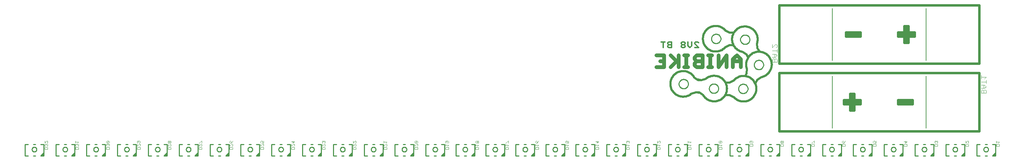
<source format=gbo>
G75*
G70*
%OFA0B0*%
%FSLAX24Y24*%
%IPPOS*%
%LPD*%
%AMOC8*
5,1,8,0,0,1.08239X$1,22.5*
%
%ADD10C,0.0140*%
%ADD11C,0.0240*%
%ADD12C,0.0040*%
%ADD13C,0.0050*%
%ADD14C,0.0200*%
%ADD15C,0.0100*%
%ADD16C,0.0360*%
%ADD17C,0.0030*%
D10*
X061926Y016256D02*
X061926Y016816D01*
X062112Y016816D02*
X061739Y016816D01*
X062383Y016723D02*
X062383Y016629D01*
X062477Y016536D01*
X062757Y016536D01*
X062757Y016256D02*
X062757Y016816D01*
X062477Y016816D01*
X062383Y016723D01*
X062477Y016536D02*
X062383Y016442D01*
X062383Y016349D01*
X062477Y016256D01*
X062757Y016256D01*
X063672Y016349D02*
X063672Y016442D01*
X063766Y016536D01*
X063953Y016536D01*
X064046Y016629D01*
X064046Y016723D01*
X063953Y016816D01*
X063766Y016816D01*
X063672Y016723D01*
X063672Y016629D01*
X063766Y016536D01*
X063953Y016536D02*
X064046Y016442D01*
X064046Y016349D01*
X063953Y016256D01*
X063766Y016256D01*
X063672Y016349D01*
X064317Y016442D02*
X064317Y016816D01*
X064691Y016816D02*
X064691Y016442D01*
X064504Y016256D01*
X064317Y016442D01*
X064961Y016256D02*
X065335Y016256D01*
X064961Y016629D01*
X064961Y016723D01*
X065055Y016816D01*
X065242Y016816D01*
X065335Y016723D01*
D11*
X073065Y014746D02*
X092265Y014746D01*
X092265Y020346D01*
X073065Y020346D01*
X073065Y014746D01*
X073065Y013846D02*
X073065Y008246D01*
X092265Y008246D01*
X092265Y013846D01*
X073065Y013846D01*
X079865Y011846D02*
X079865Y011246D01*
X079265Y011246D01*
X079265Y010846D01*
X080265Y010846D01*
X080265Y010246D01*
X079865Y010246D01*
X079865Y011246D01*
X080265Y011246D01*
X080265Y011846D01*
X079865Y011846D01*
X080065Y011846D02*
X080065Y011046D01*
X080065Y010246D01*
X080265Y010846D02*
X080265Y011246D01*
X080865Y011246D01*
X080865Y010846D01*
X080265Y010846D01*
X080065Y011046D02*
X080865Y011046D01*
X080065Y011046D02*
X079265Y011046D01*
X084465Y011046D02*
X085865Y011046D01*
X085865Y011246D02*
X085865Y010846D01*
X084465Y010846D01*
X084465Y011246D01*
X085865Y011246D01*
X085465Y016746D02*
X085465Y017346D01*
X086065Y017346D01*
X086065Y017746D01*
X085065Y017746D01*
X085065Y018346D01*
X085465Y018346D01*
X085465Y017346D01*
X085065Y017346D01*
X085065Y016746D01*
X085465Y016746D01*
X085265Y016746D02*
X085265Y017546D01*
X085265Y018346D01*
X085065Y017746D02*
X084465Y017746D01*
X084465Y017346D01*
X085065Y017346D01*
X085065Y017746D01*
X085265Y017546D02*
X084465Y017546D01*
X085265Y017546D02*
X086065Y017546D01*
X080865Y017546D02*
X079465Y017546D01*
X079465Y017746D02*
X080865Y017746D01*
X080865Y017346D01*
X079465Y017346D01*
X079465Y017746D01*
D12*
X072865Y016497D02*
X072865Y016343D01*
X072789Y016267D01*
X072865Y016113D02*
X072865Y015806D01*
X072865Y015960D02*
X072405Y015960D01*
X072405Y016267D02*
X072712Y016574D01*
X072789Y016574D01*
X072865Y016497D01*
X072405Y016574D02*
X072405Y016267D01*
X072405Y015653D02*
X072712Y015653D01*
X072865Y015499D01*
X072712Y015346D01*
X072405Y015346D01*
X072482Y015193D02*
X072405Y015116D01*
X072405Y014886D01*
X072865Y014886D01*
X072865Y015116D01*
X072789Y015193D01*
X072712Y015193D01*
X072635Y015116D01*
X072635Y014886D01*
X072635Y015116D02*
X072558Y015193D01*
X072482Y015193D01*
X072635Y015346D02*
X072635Y015653D01*
X092465Y013592D02*
X092465Y013285D01*
X092465Y013439D02*
X092925Y013439D01*
X092772Y013285D01*
X092925Y013132D02*
X092925Y012825D01*
X092925Y012978D02*
X092465Y012978D01*
X092465Y012671D02*
X092772Y012671D01*
X092925Y012518D01*
X092772Y012364D01*
X092465Y012364D01*
X092542Y012211D02*
X092465Y012134D01*
X092465Y011904D01*
X092925Y011904D01*
X092925Y012134D01*
X092849Y012211D01*
X092772Y012211D01*
X092695Y012134D01*
X092695Y011904D01*
X092695Y012134D02*
X092618Y012211D01*
X092542Y012211D01*
X092695Y012364D02*
X092695Y012671D01*
D13*
X087165Y013546D02*
X087165Y008546D01*
X078165Y008546D02*
X078165Y013546D01*
X078165Y015046D02*
X078165Y020046D01*
X087165Y020046D02*
X087165Y015046D01*
D14*
X071358Y013432D02*
X070985Y013186D01*
X070785Y012793D01*
X068715Y013116D02*
X068762Y013167D01*
X068811Y013216D01*
X068863Y013262D01*
X068918Y013305D01*
X068975Y013345D01*
X069034Y013381D01*
X069096Y013414D01*
X069159Y013443D01*
X069223Y013469D01*
X069289Y013491D01*
X069356Y013510D01*
X069424Y013524D01*
X069493Y013535D01*
X069562Y013542D01*
X069631Y013545D01*
X069701Y013544D01*
X069770Y013539D01*
X069839Y013530D01*
X069908Y013517D01*
X069975Y013501D01*
X070042Y013480D01*
X070107Y013456D01*
X070171Y013428D01*
X070233Y013397D01*
X070293Y013362D01*
X070351Y013324D01*
X070407Y013283D01*
X070460Y013238D01*
X070511Y013191D01*
X070559Y013141D01*
X070604Y013088D01*
X070647Y013032D01*
X070685Y012975D01*
X070721Y012915D01*
X070753Y012853D01*
X070782Y012790D01*
X070807Y012725D01*
X070828Y012659D01*
X070846Y012592D01*
X070859Y012524D01*
X070869Y012455D01*
X070875Y012386D01*
X070877Y012316D01*
X070875Y012246D01*
X070869Y012177D01*
X070859Y012108D01*
X070846Y012040D01*
X070828Y011973D01*
X070807Y011907D01*
X070782Y011842D01*
X070753Y011779D01*
X070721Y011717D01*
X070685Y011657D01*
X070647Y011600D01*
X070604Y011544D01*
X070559Y011491D01*
X070511Y011441D01*
X070460Y011394D01*
X070407Y011349D01*
X070351Y011308D01*
X070293Y011270D01*
X070233Y011235D01*
X070171Y011204D01*
X070107Y011176D01*
X070042Y011152D01*
X069975Y011131D01*
X069908Y011115D01*
X069839Y011102D01*
X069770Y011093D01*
X069701Y011088D01*
X069631Y011087D01*
X069562Y011090D01*
X069493Y011097D01*
X069424Y011108D01*
X069356Y011122D01*
X069289Y011141D01*
X069223Y011163D01*
X069159Y011189D01*
X069096Y011218D01*
X069034Y011251D01*
X068975Y011287D01*
X068918Y011327D01*
X068863Y011370D01*
X068811Y011416D01*
X068762Y011465D01*
X068715Y011516D01*
X068315Y011716D01*
X067915Y011716D01*
X065772Y011703D02*
X065809Y011644D01*
X065850Y011588D01*
X065893Y011534D01*
X065940Y011482D01*
X065989Y011433D01*
X066041Y011387D01*
X066095Y011344D01*
X066152Y011304D01*
X066211Y011267D01*
X066272Y011234D01*
X066335Y011204D01*
X066400Y011178D01*
X066466Y011155D01*
X066532Y011137D01*
X066600Y011122D01*
X066669Y011111D01*
X066738Y011103D01*
X066808Y011100D01*
X066877Y011101D01*
X066947Y011106D01*
X067016Y011114D01*
X067084Y011127D01*
X067152Y011143D01*
X067218Y011163D01*
X067283Y011187D01*
X067347Y011214D01*
X067410Y011245D01*
X067470Y011280D01*
X067528Y011318D01*
X067584Y011359D01*
X067638Y011403D01*
X067689Y011450D01*
X067737Y011500D01*
X067783Y011553D01*
X067825Y011608D01*
X067864Y011665D01*
X067900Y011725D01*
X067933Y011786D01*
X067962Y011849D01*
X067987Y011914D01*
X068009Y011980D01*
X068026Y012048D01*
X068040Y012116D01*
X068050Y012184D01*
X068057Y012254D01*
X068059Y012323D01*
X068057Y012393D01*
X068052Y012462D01*
X068042Y012531D01*
X068029Y012599D01*
X068012Y012666D01*
X067991Y012733D01*
X067966Y012798D01*
X067938Y012861D01*
X067906Y012923D01*
X067871Y012983D01*
X067832Y013041D01*
X067790Y013096D01*
X067745Y013149D01*
X067697Y013200D01*
X067647Y013247D01*
X067593Y013292D01*
X067538Y013334D01*
X067480Y013372D01*
X067420Y013407D01*
X067358Y013439D01*
X067294Y013467D01*
X067229Y013491D01*
X067163Y013512D01*
X067095Y013529D01*
X067027Y013542D01*
X066958Y013551D01*
X066889Y013557D01*
X066819Y013558D01*
X066750Y013555D01*
X066681Y013549D01*
X066612Y013538D01*
X066544Y013524D01*
X066477Y013506D01*
X066411Y013484D01*
X066346Y013459D01*
X066283Y013430D01*
X066222Y013397D01*
X066162Y013361D01*
X066105Y013321D01*
X066050Y013279D01*
X065621Y013152D01*
X065268Y013187D01*
X065277Y013139D02*
X065521Y013130D01*
X065277Y013139D02*
X064918Y013406D01*
X064881Y013465D01*
X064840Y013521D01*
X064797Y013575D01*
X064750Y013627D01*
X064701Y013676D01*
X064649Y013722D01*
X064595Y013765D01*
X064538Y013805D01*
X064479Y013842D01*
X064418Y013875D01*
X064355Y013905D01*
X064290Y013931D01*
X064224Y013954D01*
X064158Y013972D01*
X064090Y013987D01*
X064021Y013998D01*
X063952Y014006D01*
X063882Y014009D01*
X063813Y014008D01*
X063743Y014003D01*
X063674Y013995D01*
X063606Y013982D01*
X063538Y013966D01*
X063472Y013946D01*
X063407Y013922D01*
X063343Y013895D01*
X063280Y013864D01*
X063220Y013829D01*
X063162Y013791D01*
X063106Y013750D01*
X063052Y013706D01*
X063001Y013659D01*
X062953Y013609D01*
X062907Y013556D01*
X062865Y013501D01*
X062826Y013444D01*
X062790Y013384D01*
X062757Y013323D01*
X062728Y013260D01*
X062703Y013195D01*
X062681Y013129D01*
X062664Y013061D01*
X062650Y012993D01*
X062640Y012925D01*
X062633Y012855D01*
X062631Y012786D01*
X062633Y012716D01*
X062638Y012647D01*
X062648Y012578D01*
X062661Y012510D01*
X062678Y012443D01*
X062699Y012376D01*
X062724Y012311D01*
X062752Y012248D01*
X062784Y012186D01*
X062819Y012126D01*
X062858Y012068D01*
X062900Y012013D01*
X062945Y011960D01*
X062993Y011909D01*
X063043Y011862D01*
X063097Y011817D01*
X063152Y011775D01*
X063210Y011737D01*
X063270Y011702D01*
X063332Y011670D01*
X063396Y011642D01*
X063461Y011618D01*
X063527Y011597D01*
X063595Y011580D01*
X063663Y011567D01*
X063732Y011558D01*
X063801Y011552D01*
X063871Y011551D01*
X063940Y011554D01*
X064009Y011560D01*
X064078Y011571D01*
X064146Y011585D01*
X064213Y011603D01*
X064279Y011625D01*
X064344Y011650D01*
X064407Y011679D01*
X064468Y011712D01*
X064528Y011748D01*
X064585Y011788D01*
X064640Y011830D01*
X065069Y011957D01*
X065422Y011922D01*
X065413Y011970D02*
X065169Y011979D01*
X065413Y011970D02*
X065772Y011704D01*
X067915Y012916D02*
X068315Y012916D01*
X068715Y013116D01*
X069795Y013543D02*
X069945Y013786D01*
X069972Y014232D01*
X069973Y014233D02*
X069952Y014299D01*
X069934Y014366D01*
X069920Y014435D01*
X069911Y014503D01*
X069905Y014573D01*
X069903Y014642D01*
X069905Y014712D01*
X069911Y014781D01*
X069921Y014850D01*
X069935Y014918D01*
X069952Y014985D01*
X069974Y015051D01*
X069999Y015116D01*
X070027Y015180D01*
X070059Y015241D01*
X070095Y015301D01*
X070134Y015358D01*
X070176Y015414D01*
X070222Y015466D01*
X070270Y015517D01*
X070321Y015564D01*
X070374Y015608D01*
X070430Y015650D01*
X070488Y015688D01*
X070548Y015723D01*
X070610Y015754D01*
X070674Y015782D01*
X070739Y015806D01*
X070806Y015826D01*
X070873Y015843D01*
X070942Y015855D01*
X071011Y015864D01*
X071080Y015869D01*
X071150Y015870D01*
X071219Y015867D01*
X071288Y015860D01*
X071357Y015849D01*
X071425Y015835D01*
X071492Y015816D01*
X071558Y015794D01*
X071622Y015768D01*
X071685Y015738D01*
X071747Y015705D01*
X071806Y015669D01*
X071863Y015629D01*
X071917Y015586D01*
X071970Y015540D01*
X072019Y015491D01*
X072066Y015440D01*
X072110Y015386D01*
X072150Y015329D01*
X072187Y015271D01*
X072221Y015210D01*
X072252Y015148D01*
X072279Y015083D01*
X072302Y015018D01*
X072321Y014951D01*
X072337Y014883D01*
X072349Y014815D01*
X072357Y014746D01*
X072360Y014676D01*
X072361Y014607D01*
X072357Y014537D01*
X072349Y014468D01*
X072337Y014400D01*
X072322Y014332D01*
X072302Y014265D01*
X072279Y014200D01*
X072252Y014135D01*
X072222Y014073D01*
X072188Y014012D01*
X072151Y013954D01*
X072110Y013897D01*
X072067Y013843D01*
X072020Y013791D01*
X071970Y013742D01*
X071918Y013696D01*
X071864Y013654D01*
X071807Y013614D01*
X071747Y013577D01*
X071686Y013544D01*
X071623Y013515D01*
X071559Y013489D01*
X071493Y013466D01*
X071426Y013448D01*
X071358Y013433D01*
X070076Y015320D02*
X069926Y015613D01*
X069553Y015859D01*
X068315Y016516D02*
X067915Y016316D01*
X068315Y016516D02*
X068665Y016516D01*
X070938Y016659D02*
X070965Y016213D01*
X071165Y015920D01*
X070938Y016659D02*
X070959Y016725D01*
X070977Y016792D01*
X070991Y016861D01*
X071000Y016929D01*
X071006Y016999D01*
X071008Y017068D01*
X071006Y017138D01*
X071000Y017207D01*
X070990Y017276D01*
X070976Y017344D01*
X070959Y017411D01*
X070937Y017477D01*
X070912Y017542D01*
X070884Y017606D01*
X070852Y017667D01*
X070816Y017727D01*
X070777Y017784D01*
X070735Y017840D01*
X070689Y017892D01*
X070641Y017943D01*
X070590Y017990D01*
X070537Y018034D01*
X070481Y018076D01*
X070423Y018114D01*
X070363Y018149D01*
X070301Y018180D01*
X070237Y018208D01*
X070172Y018232D01*
X070105Y018252D01*
X070038Y018269D01*
X069969Y018281D01*
X069900Y018290D01*
X069831Y018295D01*
X069761Y018296D01*
X069692Y018293D01*
X069623Y018286D01*
X069554Y018275D01*
X069486Y018261D01*
X069419Y018242D01*
X069353Y018220D01*
X069289Y018194D01*
X069226Y018164D01*
X069164Y018131D01*
X069105Y018095D01*
X069048Y018055D01*
X068994Y018012D01*
X068941Y017966D01*
X068892Y017917D01*
X068845Y017866D01*
X068801Y017812D01*
X068761Y017755D01*
X068724Y017697D01*
X068690Y017636D01*
X068659Y017574D01*
X068632Y017509D01*
X068609Y017444D01*
X068590Y017377D01*
X068574Y017309D01*
X068562Y017241D01*
X068554Y017172D01*
X068551Y017102D01*
X068550Y017033D01*
X068554Y016963D01*
X068562Y016894D01*
X068574Y016826D01*
X068589Y016758D01*
X068609Y016691D01*
X068632Y016626D01*
X068659Y016561D01*
X068689Y016499D01*
X068723Y016438D01*
X068760Y016380D01*
X068801Y016323D01*
X068844Y016269D01*
X068891Y016217D01*
X068941Y016168D01*
X068993Y016122D01*
X069047Y016080D01*
X069104Y016040D01*
X069164Y016003D01*
X069225Y015970D01*
X069288Y015941D01*
X069352Y015915D01*
X069418Y015892D01*
X069485Y015874D01*
X069553Y015859D01*
X067915Y016316D02*
X067868Y016265D01*
X067819Y016216D01*
X067767Y016170D01*
X067712Y016127D01*
X067655Y016087D01*
X067596Y016051D01*
X067534Y016018D01*
X067471Y015989D01*
X067407Y015963D01*
X067341Y015941D01*
X067274Y015922D01*
X067206Y015908D01*
X067137Y015897D01*
X067068Y015890D01*
X066999Y015887D01*
X066929Y015888D01*
X066860Y015893D01*
X066791Y015902D01*
X066722Y015915D01*
X066655Y015931D01*
X066588Y015952D01*
X066523Y015976D01*
X066459Y016004D01*
X066397Y016035D01*
X066337Y016070D01*
X066279Y016108D01*
X066223Y016149D01*
X066170Y016194D01*
X066119Y016241D01*
X066071Y016291D01*
X066026Y016344D01*
X065983Y016400D01*
X065945Y016457D01*
X065909Y016517D01*
X065877Y016579D01*
X065848Y016642D01*
X065823Y016707D01*
X065802Y016773D01*
X065784Y016840D01*
X065771Y016908D01*
X065761Y016977D01*
X065755Y017046D01*
X065753Y017116D01*
X065755Y017186D01*
X065761Y017255D01*
X065771Y017324D01*
X065784Y017392D01*
X065802Y017459D01*
X065823Y017525D01*
X065848Y017590D01*
X065877Y017653D01*
X065909Y017715D01*
X065945Y017775D01*
X065983Y017832D01*
X066026Y017888D01*
X066071Y017941D01*
X066119Y017991D01*
X066170Y018038D01*
X066223Y018083D01*
X066279Y018124D01*
X066337Y018162D01*
X066397Y018197D01*
X066459Y018228D01*
X066523Y018256D01*
X066588Y018280D01*
X066655Y018301D01*
X066722Y018317D01*
X066791Y018330D01*
X066860Y018339D01*
X066929Y018344D01*
X066999Y018345D01*
X067068Y018342D01*
X067137Y018335D01*
X067206Y018324D01*
X067274Y018310D01*
X067341Y018291D01*
X067407Y018269D01*
X067471Y018243D01*
X067534Y018214D01*
X067596Y018181D01*
X067655Y018145D01*
X067712Y018105D01*
X067767Y018062D01*
X067819Y018016D01*
X067868Y017967D01*
X067915Y017916D01*
X068315Y017716D01*
X068715Y017716D01*
D15*
X000665Y006986D02*
X000665Y005886D01*
X000965Y005886D01*
X001465Y005886D02*
X001665Y005886D01*
X002165Y005886D02*
X002465Y006186D01*
X002465Y005886D01*
X002365Y005886D01*
X002265Y005886D01*
X002465Y006086D01*
X002465Y005986D01*
X002365Y005886D01*
X002265Y005886D02*
X002165Y005886D01*
X002465Y006186D02*
X002465Y006986D01*
X002165Y006986D01*
X001665Y006986D02*
X001465Y006986D01*
X000965Y006986D02*
X000665Y006986D01*
X001341Y006486D02*
X001343Y006515D01*
X001349Y006544D01*
X001358Y006572D01*
X001371Y006598D01*
X001387Y006622D01*
X001407Y006644D01*
X001429Y006664D01*
X001453Y006680D01*
X001479Y006693D01*
X001507Y006702D01*
X001536Y006708D01*
X001565Y006710D01*
X001594Y006708D01*
X001623Y006702D01*
X001651Y006693D01*
X001677Y006680D01*
X001701Y006664D01*
X001723Y006644D01*
X001743Y006622D01*
X001759Y006598D01*
X001772Y006572D01*
X001781Y006544D01*
X001787Y006515D01*
X001789Y006486D01*
X001787Y006457D01*
X001781Y006428D01*
X001772Y006400D01*
X001759Y006374D01*
X001743Y006350D01*
X001723Y006328D01*
X001701Y006308D01*
X001677Y006292D01*
X001651Y006279D01*
X001623Y006270D01*
X001594Y006264D01*
X001565Y006262D01*
X001536Y006264D01*
X001507Y006270D01*
X001479Y006279D01*
X001453Y006292D01*
X001429Y006308D01*
X001407Y006328D01*
X001387Y006350D01*
X001371Y006374D01*
X001358Y006400D01*
X001349Y006428D01*
X001343Y006457D01*
X001341Y006486D01*
X003625Y006986D02*
X003625Y005886D01*
X003925Y005886D01*
X004425Y005886D02*
X004625Y005886D01*
X005125Y005886D02*
X005425Y006186D01*
X005425Y005886D01*
X005325Y005886D01*
X005225Y005886D01*
X005425Y006086D01*
X005425Y005986D01*
X005325Y005886D01*
X005225Y005886D02*
X005125Y005886D01*
X005425Y006186D02*
X005425Y006986D01*
X005125Y006986D01*
X004625Y006986D02*
X004425Y006986D01*
X003925Y006986D02*
X003625Y006986D01*
X004301Y006486D02*
X004303Y006515D01*
X004309Y006544D01*
X004318Y006572D01*
X004331Y006598D01*
X004347Y006622D01*
X004367Y006644D01*
X004389Y006664D01*
X004413Y006680D01*
X004439Y006693D01*
X004467Y006702D01*
X004496Y006708D01*
X004525Y006710D01*
X004554Y006708D01*
X004583Y006702D01*
X004611Y006693D01*
X004637Y006680D01*
X004661Y006664D01*
X004683Y006644D01*
X004703Y006622D01*
X004719Y006598D01*
X004732Y006572D01*
X004741Y006544D01*
X004747Y006515D01*
X004749Y006486D01*
X004747Y006457D01*
X004741Y006428D01*
X004732Y006400D01*
X004719Y006374D01*
X004703Y006350D01*
X004683Y006328D01*
X004661Y006308D01*
X004637Y006292D01*
X004611Y006279D01*
X004583Y006270D01*
X004554Y006264D01*
X004525Y006262D01*
X004496Y006264D01*
X004467Y006270D01*
X004439Y006279D01*
X004413Y006292D01*
X004389Y006308D01*
X004367Y006328D01*
X004347Y006350D01*
X004331Y006374D01*
X004318Y006400D01*
X004309Y006428D01*
X004303Y006457D01*
X004301Y006486D01*
X006585Y006986D02*
X006585Y005886D01*
X006885Y005886D01*
X007385Y005886D02*
X007585Y005886D01*
X008085Y005886D02*
X008385Y006186D01*
X008385Y005886D01*
X008285Y005886D01*
X008185Y005886D01*
X008385Y006086D01*
X008385Y005986D01*
X008285Y005886D01*
X008185Y005886D02*
X008085Y005886D01*
X008385Y006186D02*
X008385Y006986D01*
X008085Y006986D01*
X007585Y006986D02*
X007385Y006986D01*
X006885Y006986D02*
X006585Y006986D01*
X007261Y006486D02*
X007263Y006515D01*
X007269Y006544D01*
X007278Y006572D01*
X007291Y006598D01*
X007307Y006622D01*
X007327Y006644D01*
X007349Y006664D01*
X007373Y006680D01*
X007399Y006693D01*
X007427Y006702D01*
X007456Y006708D01*
X007485Y006710D01*
X007514Y006708D01*
X007543Y006702D01*
X007571Y006693D01*
X007597Y006680D01*
X007621Y006664D01*
X007643Y006644D01*
X007663Y006622D01*
X007679Y006598D01*
X007692Y006572D01*
X007701Y006544D01*
X007707Y006515D01*
X007709Y006486D01*
X007707Y006457D01*
X007701Y006428D01*
X007692Y006400D01*
X007679Y006374D01*
X007663Y006350D01*
X007643Y006328D01*
X007621Y006308D01*
X007597Y006292D01*
X007571Y006279D01*
X007543Y006270D01*
X007514Y006264D01*
X007485Y006262D01*
X007456Y006264D01*
X007427Y006270D01*
X007399Y006279D01*
X007373Y006292D01*
X007349Y006308D01*
X007327Y006328D01*
X007307Y006350D01*
X007291Y006374D01*
X007278Y006400D01*
X007269Y006428D01*
X007263Y006457D01*
X007261Y006486D01*
X009545Y006986D02*
X009545Y005886D01*
X009845Y005886D01*
X010345Y005886D02*
X010545Y005886D01*
X011045Y005886D02*
X011345Y006186D01*
X011345Y005886D01*
X011245Y005886D01*
X011145Y005886D01*
X011345Y006086D01*
X011345Y005986D01*
X011245Y005886D01*
X011145Y005886D02*
X011045Y005886D01*
X011345Y006186D02*
X011345Y006986D01*
X011045Y006986D01*
X010545Y006986D02*
X010345Y006986D01*
X009845Y006986D02*
X009545Y006986D01*
X010221Y006486D02*
X010223Y006515D01*
X010229Y006544D01*
X010238Y006572D01*
X010251Y006598D01*
X010267Y006622D01*
X010287Y006644D01*
X010309Y006664D01*
X010333Y006680D01*
X010359Y006693D01*
X010387Y006702D01*
X010416Y006708D01*
X010445Y006710D01*
X010474Y006708D01*
X010503Y006702D01*
X010531Y006693D01*
X010557Y006680D01*
X010581Y006664D01*
X010603Y006644D01*
X010623Y006622D01*
X010639Y006598D01*
X010652Y006572D01*
X010661Y006544D01*
X010667Y006515D01*
X010669Y006486D01*
X010667Y006457D01*
X010661Y006428D01*
X010652Y006400D01*
X010639Y006374D01*
X010623Y006350D01*
X010603Y006328D01*
X010581Y006308D01*
X010557Y006292D01*
X010531Y006279D01*
X010503Y006270D01*
X010474Y006264D01*
X010445Y006262D01*
X010416Y006264D01*
X010387Y006270D01*
X010359Y006279D01*
X010333Y006292D01*
X010309Y006308D01*
X010287Y006328D01*
X010267Y006350D01*
X010251Y006374D01*
X010238Y006400D01*
X010229Y006428D01*
X010223Y006457D01*
X010221Y006486D01*
X012505Y006986D02*
X012505Y005886D01*
X012805Y005886D01*
X013305Y005886D02*
X013505Y005886D01*
X014005Y005886D02*
X014305Y006186D01*
X014305Y005886D01*
X014205Y005886D01*
X014105Y005886D01*
X014305Y006086D01*
X014305Y005986D01*
X014205Y005886D01*
X014105Y005886D02*
X014005Y005886D01*
X014305Y006186D02*
X014305Y006986D01*
X014005Y006986D01*
X013505Y006986D02*
X013305Y006986D01*
X012805Y006986D02*
X012505Y006986D01*
X013181Y006486D02*
X013183Y006515D01*
X013189Y006544D01*
X013198Y006572D01*
X013211Y006598D01*
X013227Y006622D01*
X013247Y006644D01*
X013269Y006664D01*
X013293Y006680D01*
X013319Y006693D01*
X013347Y006702D01*
X013376Y006708D01*
X013405Y006710D01*
X013434Y006708D01*
X013463Y006702D01*
X013491Y006693D01*
X013517Y006680D01*
X013541Y006664D01*
X013563Y006644D01*
X013583Y006622D01*
X013599Y006598D01*
X013612Y006572D01*
X013621Y006544D01*
X013627Y006515D01*
X013629Y006486D01*
X013627Y006457D01*
X013621Y006428D01*
X013612Y006400D01*
X013599Y006374D01*
X013583Y006350D01*
X013563Y006328D01*
X013541Y006308D01*
X013517Y006292D01*
X013491Y006279D01*
X013463Y006270D01*
X013434Y006264D01*
X013405Y006262D01*
X013376Y006264D01*
X013347Y006270D01*
X013319Y006279D01*
X013293Y006292D01*
X013269Y006308D01*
X013247Y006328D01*
X013227Y006350D01*
X013211Y006374D01*
X013198Y006400D01*
X013189Y006428D01*
X013183Y006457D01*
X013181Y006486D01*
X015465Y006986D02*
X015465Y005886D01*
X015765Y005886D01*
X016265Y005886D02*
X016465Y005886D01*
X016965Y005886D02*
X017265Y006186D01*
X017265Y005886D01*
X017165Y005886D01*
X017065Y005886D01*
X017265Y006086D01*
X017265Y005986D01*
X017165Y005886D01*
X017065Y005886D02*
X016965Y005886D01*
X017265Y006186D02*
X017265Y006986D01*
X016965Y006986D01*
X016465Y006986D02*
X016265Y006986D01*
X015765Y006986D02*
X015465Y006986D01*
X016141Y006486D02*
X016143Y006515D01*
X016149Y006544D01*
X016158Y006572D01*
X016171Y006598D01*
X016187Y006622D01*
X016207Y006644D01*
X016229Y006664D01*
X016253Y006680D01*
X016279Y006693D01*
X016307Y006702D01*
X016336Y006708D01*
X016365Y006710D01*
X016394Y006708D01*
X016423Y006702D01*
X016451Y006693D01*
X016477Y006680D01*
X016501Y006664D01*
X016523Y006644D01*
X016543Y006622D01*
X016559Y006598D01*
X016572Y006572D01*
X016581Y006544D01*
X016587Y006515D01*
X016589Y006486D01*
X016587Y006457D01*
X016581Y006428D01*
X016572Y006400D01*
X016559Y006374D01*
X016543Y006350D01*
X016523Y006328D01*
X016501Y006308D01*
X016477Y006292D01*
X016451Y006279D01*
X016423Y006270D01*
X016394Y006264D01*
X016365Y006262D01*
X016336Y006264D01*
X016307Y006270D01*
X016279Y006279D01*
X016253Y006292D01*
X016229Y006308D01*
X016207Y006328D01*
X016187Y006350D01*
X016171Y006374D01*
X016158Y006400D01*
X016149Y006428D01*
X016143Y006457D01*
X016141Y006486D01*
X018425Y006986D02*
X018425Y005886D01*
X018725Y005886D01*
X019225Y005886D02*
X019425Y005886D01*
X019925Y005886D02*
X020225Y006186D01*
X020225Y005886D01*
X020125Y005886D01*
X020025Y005886D01*
X020225Y006086D01*
X020225Y005986D01*
X020125Y005886D01*
X020025Y005886D02*
X019925Y005886D01*
X020225Y006186D02*
X020225Y006986D01*
X019925Y006986D01*
X019425Y006986D02*
X019225Y006986D01*
X018725Y006986D02*
X018425Y006986D01*
X019101Y006486D02*
X019103Y006515D01*
X019109Y006544D01*
X019118Y006572D01*
X019131Y006598D01*
X019147Y006622D01*
X019167Y006644D01*
X019189Y006664D01*
X019213Y006680D01*
X019239Y006693D01*
X019267Y006702D01*
X019296Y006708D01*
X019325Y006710D01*
X019354Y006708D01*
X019383Y006702D01*
X019411Y006693D01*
X019437Y006680D01*
X019461Y006664D01*
X019483Y006644D01*
X019503Y006622D01*
X019519Y006598D01*
X019532Y006572D01*
X019541Y006544D01*
X019547Y006515D01*
X019549Y006486D01*
X019547Y006457D01*
X019541Y006428D01*
X019532Y006400D01*
X019519Y006374D01*
X019503Y006350D01*
X019483Y006328D01*
X019461Y006308D01*
X019437Y006292D01*
X019411Y006279D01*
X019383Y006270D01*
X019354Y006264D01*
X019325Y006262D01*
X019296Y006264D01*
X019267Y006270D01*
X019239Y006279D01*
X019213Y006292D01*
X019189Y006308D01*
X019167Y006328D01*
X019147Y006350D01*
X019131Y006374D01*
X019118Y006400D01*
X019109Y006428D01*
X019103Y006457D01*
X019101Y006486D01*
X021385Y006986D02*
X021385Y005886D01*
X021685Y005886D01*
X022185Y005886D02*
X022385Y005886D01*
X022885Y005886D02*
X023185Y006186D01*
X023185Y005886D01*
X023085Y005886D01*
X022985Y005886D01*
X023185Y006086D01*
X023185Y005986D01*
X023085Y005886D01*
X022985Y005886D02*
X022885Y005886D01*
X023185Y006186D02*
X023185Y006986D01*
X022885Y006986D01*
X022385Y006986D02*
X022185Y006986D01*
X021685Y006986D02*
X021385Y006986D01*
X022061Y006486D02*
X022063Y006515D01*
X022069Y006544D01*
X022078Y006572D01*
X022091Y006598D01*
X022107Y006622D01*
X022127Y006644D01*
X022149Y006664D01*
X022173Y006680D01*
X022199Y006693D01*
X022227Y006702D01*
X022256Y006708D01*
X022285Y006710D01*
X022314Y006708D01*
X022343Y006702D01*
X022371Y006693D01*
X022397Y006680D01*
X022421Y006664D01*
X022443Y006644D01*
X022463Y006622D01*
X022479Y006598D01*
X022492Y006572D01*
X022501Y006544D01*
X022507Y006515D01*
X022509Y006486D01*
X022507Y006457D01*
X022501Y006428D01*
X022492Y006400D01*
X022479Y006374D01*
X022463Y006350D01*
X022443Y006328D01*
X022421Y006308D01*
X022397Y006292D01*
X022371Y006279D01*
X022343Y006270D01*
X022314Y006264D01*
X022285Y006262D01*
X022256Y006264D01*
X022227Y006270D01*
X022199Y006279D01*
X022173Y006292D01*
X022149Y006308D01*
X022127Y006328D01*
X022107Y006350D01*
X022091Y006374D01*
X022078Y006400D01*
X022069Y006428D01*
X022063Y006457D01*
X022061Y006486D01*
X024345Y006986D02*
X024345Y005886D01*
X024645Y005886D01*
X025145Y005886D02*
X025345Y005886D01*
X025845Y005886D02*
X026145Y006186D01*
X026145Y005886D01*
X026045Y005886D01*
X025945Y005886D01*
X026145Y006086D01*
X026145Y005986D01*
X026045Y005886D01*
X025945Y005886D02*
X025845Y005886D01*
X026145Y006186D02*
X026145Y006986D01*
X025845Y006986D01*
X025345Y006986D02*
X025145Y006986D01*
X024645Y006986D02*
X024345Y006986D01*
X025021Y006486D02*
X025023Y006515D01*
X025029Y006544D01*
X025038Y006572D01*
X025051Y006598D01*
X025067Y006622D01*
X025087Y006644D01*
X025109Y006664D01*
X025133Y006680D01*
X025159Y006693D01*
X025187Y006702D01*
X025216Y006708D01*
X025245Y006710D01*
X025274Y006708D01*
X025303Y006702D01*
X025331Y006693D01*
X025357Y006680D01*
X025381Y006664D01*
X025403Y006644D01*
X025423Y006622D01*
X025439Y006598D01*
X025452Y006572D01*
X025461Y006544D01*
X025467Y006515D01*
X025469Y006486D01*
X025467Y006457D01*
X025461Y006428D01*
X025452Y006400D01*
X025439Y006374D01*
X025423Y006350D01*
X025403Y006328D01*
X025381Y006308D01*
X025357Y006292D01*
X025331Y006279D01*
X025303Y006270D01*
X025274Y006264D01*
X025245Y006262D01*
X025216Y006264D01*
X025187Y006270D01*
X025159Y006279D01*
X025133Y006292D01*
X025109Y006308D01*
X025087Y006328D01*
X025067Y006350D01*
X025051Y006374D01*
X025038Y006400D01*
X025029Y006428D01*
X025023Y006457D01*
X025021Y006486D01*
X027305Y006986D02*
X027305Y005886D01*
X027605Y005886D01*
X028105Y005886D02*
X028305Y005886D01*
X028805Y005886D02*
X029105Y006186D01*
X029105Y005886D01*
X029005Y005886D01*
X028905Y005886D01*
X029105Y006086D01*
X029105Y005986D01*
X029005Y005886D01*
X028905Y005886D02*
X028805Y005886D01*
X029105Y006186D02*
X029105Y006986D01*
X028805Y006986D01*
X028305Y006986D02*
X028105Y006986D01*
X027605Y006986D02*
X027305Y006986D01*
X027981Y006486D02*
X027983Y006515D01*
X027989Y006544D01*
X027998Y006572D01*
X028011Y006598D01*
X028027Y006622D01*
X028047Y006644D01*
X028069Y006664D01*
X028093Y006680D01*
X028119Y006693D01*
X028147Y006702D01*
X028176Y006708D01*
X028205Y006710D01*
X028234Y006708D01*
X028263Y006702D01*
X028291Y006693D01*
X028317Y006680D01*
X028341Y006664D01*
X028363Y006644D01*
X028383Y006622D01*
X028399Y006598D01*
X028412Y006572D01*
X028421Y006544D01*
X028427Y006515D01*
X028429Y006486D01*
X028427Y006457D01*
X028421Y006428D01*
X028412Y006400D01*
X028399Y006374D01*
X028383Y006350D01*
X028363Y006328D01*
X028341Y006308D01*
X028317Y006292D01*
X028291Y006279D01*
X028263Y006270D01*
X028234Y006264D01*
X028205Y006262D01*
X028176Y006264D01*
X028147Y006270D01*
X028119Y006279D01*
X028093Y006292D01*
X028069Y006308D01*
X028047Y006328D01*
X028027Y006350D01*
X028011Y006374D01*
X027998Y006400D01*
X027989Y006428D01*
X027983Y006457D01*
X027981Y006486D01*
X030265Y006986D02*
X030265Y005886D01*
X030565Y005886D01*
X031065Y005886D02*
X031265Y005886D01*
X031765Y005886D02*
X032065Y006186D01*
X032065Y005886D01*
X031965Y005886D01*
X031865Y005886D01*
X032065Y006086D01*
X032065Y005986D01*
X031965Y005886D01*
X031865Y005886D02*
X031765Y005886D01*
X032065Y006186D02*
X032065Y006986D01*
X031765Y006986D01*
X031265Y006986D02*
X031065Y006986D01*
X030565Y006986D02*
X030265Y006986D01*
X030941Y006486D02*
X030943Y006515D01*
X030949Y006544D01*
X030958Y006572D01*
X030971Y006598D01*
X030987Y006622D01*
X031007Y006644D01*
X031029Y006664D01*
X031053Y006680D01*
X031079Y006693D01*
X031107Y006702D01*
X031136Y006708D01*
X031165Y006710D01*
X031194Y006708D01*
X031223Y006702D01*
X031251Y006693D01*
X031277Y006680D01*
X031301Y006664D01*
X031323Y006644D01*
X031343Y006622D01*
X031359Y006598D01*
X031372Y006572D01*
X031381Y006544D01*
X031387Y006515D01*
X031389Y006486D01*
X031387Y006457D01*
X031381Y006428D01*
X031372Y006400D01*
X031359Y006374D01*
X031343Y006350D01*
X031323Y006328D01*
X031301Y006308D01*
X031277Y006292D01*
X031251Y006279D01*
X031223Y006270D01*
X031194Y006264D01*
X031165Y006262D01*
X031136Y006264D01*
X031107Y006270D01*
X031079Y006279D01*
X031053Y006292D01*
X031029Y006308D01*
X031007Y006328D01*
X030987Y006350D01*
X030971Y006374D01*
X030958Y006400D01*
X030949Y006428D01*
X030943Y006457D01*
X030941Y006486D01*
X033225Y006986D02*
X033225Y005886D01*
X033525Y005886D01*
X034025Y005886D02*
X034225Y005886D01*
X034725Y005886D02*
X035025Y006186D01*
X035025Y005886D01*
X034925Y005886D01*
X034825Y005886D01*
X035025Y006086D01*
X035025Y005986D01*
X034925Y005886D01*
X034825Y005886D02*
X034725Y005886D01*
X035025Y006186D02*
X035025Y006986D01*
X034725Y006986D01*
X034225Y006986D02*
X034025Y006986D01*
X033525Y006986D02*
X033225Y006986D01*
X033901Y006486D02*
X033903Y006515D01*
X033909Y006544D01*
X033918Y006572D01*
X033931Y006598D01*
X033947Y006622D01*
X033967Y006644D01*
X033989Y006664D01*
X034013Y006680D01*
X034039Y006693D01*
X034067Y006702D01*
X034096Y006708D01*
X034125Y006710D01*
X034154Y006708D01*
X034183Y006702D01*
X034211Y006693D01*
X034237Y006680D01*
X034261Y006664D01*
X034283Y006644D01*
X034303Y006622D01*
X034319Y006598D01*
X034332Y006572D01*
X034341Y006544D01*
X034347Y006515D01*
X034349Y006486D01*
X034347Y006457D01*
X034341Y006428D01*
X034332Y006400D01*
X034319Y006374D01*
X034303Y006350D01*
X034283Y006328D01*
X034261Y006308D01*
X034237Y006292D01*
X034211Y006279D01*
X034183Y006270D01*
X034154Y006264D01*
X034125Y006262D01*
X034096Y006264D01*
X034067Y006270D01*
X034039Y006279D01*
X034013Y006292D01*
X033989Y006308D01*
X033967Y006328D01*
X033947Y006350D01*
X033931Y006374D01*
X033918Y006400D01*
X033909Y006428D01*
X033903Y006457D01*
X033901Y006486D01*
X036185Y006986D02*
X036185Y005886D01*
X036485Y005886D01*
X036985Y005886D02*
X037185Y005886D01*
X037685Y005886D02*
X037985Y006186D01*
X037985Y005886D01*
X037885Y005886D01*
X037785Y005886D01*
X037985Y006086D01*
X037985Y005986D01*
X037885Y005886D01*
X037785Y005886D02*
X037685Y005886D01*
X037985Y006186D02*
X037985Y006986D01*
X037685Y006986D01*
X037185Y006986D02*
X036985Y006986D01*
X036485Y006986D02*
X036185Y006986D01*
X036861Y006486D02*
X036863Y006515D01*
X036869Y006544D01*
X036878Y006572D01*
X036891Y006598D01*
X036907Y006622D01*
X036927Y006644D01*
X036949Y006664D01*
X036973Y006680D01*
X036999Y006693D01*
X037027Y006702D01*
X037056Y006708D01*
X037085Y006710D01*
X037114Y006708D01*
X037143Y006702D01*
X037171Y006693D01*
X037197Y006680D01*
X037221Y006664D01*
X037243Y006644D01*
X037263Y006622D01*
X037279Y006598D01*
X037292Y006572D01*
X037301Y006544D01*
X037307Y006515D01*
X037309Y006486D01*
X037307Y006457D01*
X037301Y006428D01*
X037292Y006400D01*
X037279Y006374D01*
X037263Y006350D01*
X037243Y006328D01*
X037221Y006308D01*
X037197Y006292D01*
X037171Y006279D01*
X037143Y006270D01*
X037114Y006264D01*
X037085Y006262D01*
X037056Y006264D01*
X037027Y006270D01*
X036999Y006279D01*
X036973Y006292D01*
X036949Y006308D01*
X036927Y006328D01*
X036907Y006350D01*
X036891Y006374D01*
X036878Y006400D01*
X036869Y006428D01*
X036863Y006457D01*
X036861Y006486D01*
X039145Y006986D02*
X039145Y005886D01*
X039445Y005886D01*
X039945Y005886D02*
X040145Y005886D01*
X040645Y005886D02*
X040945Y006186D01*
X040945Y005886D01*
X040845Y005886D01*
X040745Y005886D01*
X040945Y006086D01*
X040945Y005986D01*
X040845Y005886D01*
X040745Y005886D02*
X040645Y005886D01*
X040945Y006186D02*
X040945Y006986D01*
X040645Y006986D01*
X040145Y006986D02*
X039945Y006986D01*
X039445Y006986D02*
X039145Y006986D01*
X039821Y006486D02*
X039823Y006515D01*
X039829Y006544D01*
X039838Y006572D01*
X039851Y006598D01*
X039867Y006622D01*
X039887Y006644D01*
X039909Y006664D01*
X039933Y006680D01*
X039959Y006693D01*
X039987Y006702D01*
X040016Y006708D01*
X040045Y006710D01*
X040074Y006708D01*
X040103Y006702D01*
X040131Y006693D01*
X040157Y006680D01*
X040181Y006664D01*
X040203Y006644D01*
X040223Y006622D01*
X040239Y006598D01*
X040252Y006572D01*
X040261Y006544D01*
X040267Y006515D01*
X040269Y006486D01*
X040267Y006457D01*
X040261Y006428D01*
X040252Y006400D01*
X040239Y006374D01*
X040223Y006350D01*
X040203Y006328D01*
X040181Y006308D01*
X040157Y006292D01*
X040131Y006279D01*
X040103Y006270D01*
X040074Y006264D01*
X040045Y006262D01*
X040016Y006264D01*
X039987Y006270D01*
X039959Y006279D01*
X039933Y006292D01*
X039909Y006308D01*
X039887Y006328D01*
X039867Y006350D01*
X039851Y006374D01*
X039838Y006400D01*
X039829Y006428D01*
X039823Y006457D01*
X039821Y006486D01*
X042025Y006986D02*
X042025Y005886D01*
X042325Y005886D01*
X042825Y005886D02*
X043025Y005886D01*
X043525Y005886D02*
X043825Y006186D01*
X043825Y005886D01*
X043725Y005886D01*
X043625Y005886D01*
X043825Y006086D01*
X043825Y005986D01*
X043725Y005886D01*
X043625Y005886D02*
X043525Y005886D01*
X043825Y006186D02*
X043825Y006986D01*
X043525Y006986D01*
X043025Y006986D02*
X042825Y006986D01*
X042325Y006986D02*
X042025Y006986D01*
X042701Y006486D02*
X042703Y006515D01*
X042709Y006544D01*
X042718Y006572D01*
X042731Y006598D01*
X042747Y006622D01*
X042767Y006644D01*
X042789Y006664D01*
X042813Y006680D01*
X042839Y006693D01*
X042867Y006702D01*
X042896Y006708D01*
X042925Y006710D01*
X042954Y006708D01*
X042983Y006702D01*
X043011Y006693D01*
X043037Y006680D01*
X043061Y006664D01*
X043083Y006644D01*
X043103Y006622D01*
X043119Y006598D01*
X043132Y006572D01*
X043141Y006544D01*
X043147Y006515D01*
X043149Y006486D01*
X043147Y006457D01*
X043141Y006428D01*
X043132Y006400D01*
X043119Y006374D01*
X043103Y006350D01*
X043083Y006328D01*
X043061Y006308D01*
X043037Y006292D01*
X043011Y006279D01*
X042983Y006270D01*
X042954Y006264D01*
X042925Y006262D01*
X042896Y006264D01*
X042867Y006270D01*
X042839Y006279D01*
X042813Y006292D01*
X042789Y006308D01*
X042767Y006328D01*
X042747Y006350D01*
X042731Y006374D01*
X042718Y006400D01*
X042709Y006428D01*
X042703Y006457D01*
X042701Y006486D01*
X044905Y006986D02*
X044905Y005886D01*
X045205Y005886D01*
X045705Y005886D02*
X045905Y005886D01*
X046405Y005886D02*
X046705Y006186D01*
X046705Y005886D01*
X046605Y005886D01*
X046505Y005886D01*
X046705Y006086D01*
X046705Y005986D01*
X046605Y005886D01*
X046505Y005886D02*
X046405Y005886D01*
X046705Y006186D02*
X046705Y006986D01*
X046405Y006986D01*
X045905Y006986D02*
X045705Y006986D01*
X045205Y006986D02*
X044905Y006986D01*
X045581Y006486D02*
X045583Y006515D01*
X045589Y006544D01*
X045598Y006572D01*
X045611Y006598D01*
X045627Y006622D01*
X045647Y006644D01*
X045669Y006664D01*
X045693Y006680D01*
X045719Y006693D01*
X045747Y006702D01*
X045776Y006708D01*
X045805Y006710D01*
X045834Y006708D01*
X045863Y006702D01*
X045891Y006693D01*
X045917Y006680D01*
X045941Y006664D01*
X045963Y006644D01*
X045983Y006622D01*
X045999Y006598D01*
X046012Y006572D01*
X046021Y006544D01*
X046027Y006515D01*
X046029Y006486D01*
X046027Y006457D01*
X046021Y006428D01*
X046012Y006400D01*
X045999Y006374D01*
X045983Y006350D01*
X045963Y006328D01*
X045941Y006308D01*
X045917Y006292D01*
X045891Y006279D01*
X045863Y006270D01*
X045834Y006264D01*
X045805Y006262D01*
X045776Y006264D01*
X045747Y006270D01*
X045719Y006279D01*
X045693Y006292D01*
X045669Y006308D01*
X045647Y006328D01*
X045627Y006350D01*
X045611Y006374D01*
X045598Y006400D01*
X045589Y006428D01*
X045583Y006457D01*
X045581Y006486D01*
X047785Y006986D02*
X047785Y005886D01*
X048085Y005886D01*
X048585Y005886D02*
X048785Y005886D01*
X049285Y005886D02*
X049585Y006186D01*
X049585Y005886D01*
X049485Y005886D01*
X049385Y005886D01*
X049585Y006086D01*
X049585Y005986D01*
X049485Y005886D01*
X049385Y005886D02*
X049285Y005886D01*
X049585Y006186D02*
X049585Y006986D01*
X049285Y006986D01*
X048785Y006986D02*
X048585Y006986D01*
X048085Y006986D02*
X047785Y006986D01*
X048461Y006486D02*
X048463Y006515D01*
X048469Y006544D01*
X048478Y006572D01*
X048491Y006598D01*
X048507Y006622D01*
X048527Y006644D01*
X048549Y006664D01*
X048573Y006680D01*
X048599Y006693D01*
X048627Y006702D01*
X048656Y006708D01*
X048685Y006710D01*
X048714Y006708D01*
X048743Y006702D01*
X048771Y006693D01*
X048797Y006680D01*
X048821Y006664D01*
X048843Y006644D01*
X048863Y006622D01*
X048879Y006598D01*
X048892Y006572D01*
X048901Y006544D01*
X048907Y006515D01*
X048909Y006486D01*
X048907Y006457D01*
X048901Y006428D01*
X048892Y006400D01*
X048879Y006374D01*
X048863Y006350D01*
X048843Y006328D01*
X048821Y006308D01*
X048797Y006292D01*
X048771Y006279D01*
X048743Y006270D01*
X048714Y006264D01*
X048685Y006262D01*
X048656Y006264D01*
X048627Y006270D01*
X048599Y006279D01*
X048573Y006292D01*
X048549Y006308D01*
X048527Y006328D01*
X048507Y006350D01*
X048491Y006374D01*
X048478Y006400D01*
X048469Y006428D01*
X048463Y006457D01*
X048461Y006486D01*
X050665Y006986D02*
X050665Y005886D01*
X050965Y005886D01*
X051465Y005886D02*
X051665Y005886D01*
X052165Y005886D02*
X052465Y006186D01*
X052465Y005886D01*
X052365Y005886D01*
X052265Y005886D01*
X052465Y006086D01*
X052465Y005986D01*
X052365Y005886D01*
X052265Y005886D02*
X052165Y005886D01*
X052465Y006186D02*
X052465Y006986D01*
X052165Y006986D01*
X051665Y006986D02*
X051465Y006986D01*
X050965Y006986D02*
X050665Y006986D01*
X051341Y006486D02*
X051343Y006515D01*
X051349Y006544D01*
X051358Y006572D01*
X051371Y006598D01*
X051387Y006622D01*
X051407Y006644D01*
X051429Y006664D01*
X051453Y006680D01*
X051479Y006693D01*
X051507Y006702D01*
X051536Y006708D01*
X051565Y006710D01*
X051594Y006708D01*
X051623Y006702D01*
X051651Y006693D01*
X051677Y006680D01*
X051701Y006664D01*
X051723Y006644D01*
X051743Y006622D01*
X051759Y006598D01*
X051772Y006572D01*
X051781Y006544D01*
X051787Y006515D01*
X051789Y006486D01*
X051787Y006457D01*
X051781Y006428D01*
X051772Y006400D01*
X051759Y006374D01*
X051743Y006350D01*
X051723Y006328D01*
X051701Y006308D01*
X051677Y006292D01*
X051651Y006279D01*
X051623Y006270D01*
X051594Y006264D01*
X051565Y006262D01*
X051536Y006264D01*
X051507Y006270D01*
X051479Y006279D01*
X051453Y006292D01*
X051429Y006308D01*
X051407Y006328D01*
X051387Y006350D01*
X051371Y006374D01*
X051358Y006400D01*
X051349Y006428D01*
X051343Y006457D01*
X051341Y006486D01*
X053545Y006986D02*
X053545Y005886D01*
X053845Y005886D01*
X054345Y005886D02*
X054545Y005886D01*
X055045Y005886D02*
X055345Y006186D01*
X055345Y005886D01*
X055245Y005886D01*
X055145Y005886D01*
X055345Y006086D01*
X055345Y005986D01*
X055245Y005886D01*
X055145Y005886D02*
X055045Y005886D01*
X055345Y006186D02*
X055345Y006986D01*
X055045Y006986D01*
X054545Y006986D02*
X054345Y006986D01*
X053845Y006986D02*
X053545Y006986D01*
X054221Y006486D02*
X054223Y006515D01*
X054229Y006544D01*
X054238Y006572D01*
X054251Y006598D01*
X054267Y006622D01*
X054287Y006644D01*
X054309Y006664D01*
X054333Y006680D01*
X054359Y006693D01*
X054387Y006702D01*
X054416Y006708D01*
X054445Y006710D01*
X054474Y006708D01*
X054503Y006702D01*
X054531Y006693D01*
X054557Y006680D01*
X054581Y006664D01*
X054603Y006644D01*
X054623Y006622D01*
X054639Y006598D01*
X054652Y006572D01*
X054661Y006544D01*
X054667Y006515D01*
X054669Y006486D01*
X054667Y006457D01*
X054661Y006428D01*
X054652Y006400D01*
X054639Y006374D01*
X054623Y006350D01*
X054603Y006328D01*
X054581Y006308D01*
X054557Y006292D01*
X054531Y006279D01*
X054503Y006270D01*
X054474Y006264D01*
X054445Y006262D01*
X054416Y006264D01*
X054387Y006270D01*
X054359Y006279D01*
X054333Y006292D01*
X054309Y006308D01*
X054287Y006328D01*
X054267Y006350D01*
X054251Y006374D01*
X054238Y006400D01*
X054229Y006428D01*
X054223Y006457D01*
X054221Y006486D01*
X056505Y006986D02*
X056505Y005886D01*
X056805Y005886D01*
X057305Y005886D02*
X057505Y005886D01*
X058005Y005886D02*
X058305Y006186D01*
X058305Y005886D01*
X058205Y005886D01*
X058105Y005886D01*
X058305Y006086D01*
X058305Y005986D01*
X058205Y005886D01*
X058105Y005886D02*
X058005Y005886D01*
X058305Y006186D02*
X058305Y006986D01*
X058005Y006986D01*
X057505Y006986D02*
X057305Y006986D01*
X056805Y006986D02*
X056505Y006986D01*
X057181Y006486D02*
X057183Y006515D01*
X057189Y006544D01*
X057198Y006572D01*
X057211Y006598D01*
X057227Y006622D01*
X057247Y006644D01*
X057269Y006664D01*
X057293Y006680D01*
X057319Y006693D01*
X057347Y006702D01*
X057376Y006708D01*
X057405Y006710D01*
X057434Y006708D01*
X057463Y006702D01*
X057491Y006693D01*
X057517Y006680D01*
X057541Y006664D01*
X057563Y006644D01*
X057583Y006622D01*
X057599Y006598D01*
X057612Y006572D01*
X057621Y006544D01*
X057627Y006515D01*
X057629Y006486D01*
X057627Y006457D01*
X057621Y006428D01*
X057612Y006400D01*
X057599Y006374D01*
X057583Y006350D01*
X057563Y006328D01*
X057541Y006308D01*
X057517Y006292D01*
X057491Y006279D01*
X057463Y006270D01*
X057434Y006264D01*
X057405Y006262D01*
X057376Y006264D01*
X057347Y006270D01*
X057319Y006279D01*
X057293Y006292D01*
X057269Y006308D01*
X057247Y006328D01*
X057227Y006350D01*
X057211Y006374D01*
X057198Y006400D01*
X057189Y006428D01*
X057183Y006457D01*
X057181Y006486D01*
X059465Y006986D02*
X059465Y005886D01*
X059765Y005886D01*
X060265Y005886D02*
X060465Y005886D01*
X060965Y005886D02*
X061265Y006186D01*
X061265Y005886D01*
X061165Y005886D01*
X061065Y005886D01*
X061265Y006086D01*
X061265Y005986D01*
X061165Y005886D01*
X061065Y005886D02*
X060965Y005886D01*
X061265Y006186D02*
X061265Y006986D01*
X060965Y006986D01*
X060465Y006986D02*
X060265Y006986D01*
X059765Y006986D02*
X059465Y006986D01*
X060141Y006486D02*
X060143Y006515D01*
X060149Y006544D01*
X060158Y006572D01*
X060171Y006598D01*
X060187Y006622D01*
X060207Y006644D01*
X060229Y006664D01*
X060253Y006680D01*
X060279Y006693D01*
X060307Y006702D01*
X060336Y006708D01*
X060365Y006710D01*
X060394Y006708D01*
X060423Y006702D01*
X060451Y006693D01*
X060477Y006680D01*
X060501Y006664D01*
X060523Y006644D01*
X060543Y006622D01*
X060559Y006598D01*
X060572Y006572D01*
X060581Y006544D01*
X060587Y006515D01*
X060589Y006486D01*
X060587Y006457D01*
X060581Y006428D01*
X060572Y006400D01*
X060559Y006374D01*
X060543Y006350D01*
X060523Y006328D01*
X060501Y006308D01*
X060477Y006292D01*
X060451Y006279D01*
X060423Y006270D01*
X060394Y006264D01*
X060365Y006262D01*
X060336Y006264D01*
X060307Y006270D01*
X060279Y006279D01*
X060253Y006292D01*
X060229Y006308D01*
X060207Y006328D01*
X060187Y006350D01*
X060171Y006374D01*
X060158Y006400D01*
X060149Y006428D01*
X060143Y006457D01*
X060141Y006486D01*
X062425Y006986D02*
X062425Y005886D01*
X062725Y005886D01*
X063225Y005886D02*
X063425Y005886D01*
X063925Y005886D02*
X064225Y006186D01*
X064225Y005886D01*
X064125Y005886D01*
X064025Y005886D01*
X064225Y006086D01*
X064225Y005986D01*
X064125Y005886D01*
X064025Y005886D02*
X063925Y005886D01*
X064225Y006186D02*
X064225Y006986D01*
X063925Y006986D01*
X063425Y006986D02*
X063225Y006986D01*
X062725Y006986D02*
X062425Y006986D01*
X063101Y006486D02*
X063103Y006515D01*
X063109Y006544D01*
X063118Y006572D01*
X063131Y006598D01*
X063147Y006622D01*
X063167Y006644D01*
X063189Y006664D01*
X063213Y006680D01*
X063239Y006693D01*
X063267Y006702D01*
X063296Y006708D01*
X063325Y006710D01*
X063354Y006708D01*
X063383Y006702D01*
X063411Y006693D01*
X063437Y006680D01*
X063461Y006664D01*
X063483Y006644D01*
X063503Y006622D01*
X063519Y006598D01*
X063532Y006572D01*
X063541Y006544D01*
X063547Y006515D01*
X063549Y006486D01*
X063547Y006457D01*
X063541Y006428D01*
X063532Y006400D01*
X063519Y006374D01*
X063503Y006350D01*
X063483Y006328D01*
X063461Y006308D01*
X063437Y006292D01*
X063411Y006279D01*
X063383Y006270D01*
X063354Y006264D01*
X063325Y006262D01*
X063296Y006264D01*
X063267Y006270D01*
X063239Y006279D01*
X063213Y006292D01*
X063189Y006308D01*
X063167Y006328D01*
X063147Y006350D01*
X063131Y006374D01*
X063118Y006400D01*
X063109Y006428D01*
X063103Y006457D01*
X063101Y006486D01*
X065385Y006986D02*
X065385Y005886D01*
X065685Y005886D01*
X066185Y005886D02*
X066385Y005886D01*
X066885Y005886D02*
X067185Y006186D01*
X067185Y005886D01*
X067085Y005886D01*
X066985Y005886D01*
X067185Y006086D01*
X067185Y005986D01*
X067085Y005886D01*
X066985Y005886D02*
X066885Y005886D01*
X067185Y006186D02*
X067185Y006986D01*
X066885Y006986D01*
X066385Y006986D02*
X066185Y006986D01*
X065685Y006986D02*
X065385Y006986D01*
X066061Y006486D02*
X066063Y006515D01*
X066069Y006544D01*
X066078Y006572D01*
X066091Y006598D01*
X066107Y006622D01*
X066127Y006644D01*
X066149Y006664D01*
X066173Y006680D01*
X066199Y006693D01*
X066227Y006702D01*
X066256Y006708D01*
X066285Y006710D01*
X066314Y006708D01*
X066343Y006702D01*
X066371Y006693D01*
X066397Y006680D01*
X066421Y006664D01*
X066443Y006644D01*
X066463Y006622D01*
X066479Y006598D01*
X066492Y006572D01*
X066501Y006544D01*
X066507Y006515D01*
X066509Y006486D01*
X066507Y006457D01*
X066501Y006428D01*
X066492Y006400D01*
X066479Y006374D01*
X066463Y006350D01*
X066443Y006328D01*
X066421Y006308D01*
X066397Y006292D01*
X066371Y006279D01*
X066343Y006270D01*
X066314Y006264D01*
X066285Y006262D01*
X066256Y006264D01*
X066227Y006270D01*
X066199Y006279D01*
X066173Y006292D01*
X066149Y006308D01*
X066127Y006328D01*
X066107Y006350D01*
X066091Y006374D01*
X066078Y006400D01*
X066069Y006428D01*
X066063Y006457D01*
X066061Y006486D01*
X068345Y006986D02*
X068345Y005886D01*
X068645Y005886D01*
X069145Y005886D02*
X069345Y005886D01*
X069845Y005886D02*
X070145Y006186D01*
X070145Y005886D01*
X070045Y005886D01*
X069945Y005886D01*
X070145Y006086D01*
X070145Y005986D01*
X070045Y005886D01*
X069945Y005886D02*
X069845Y005886D01*
X070145Y006186D02*
X070145Y006986D01*
X069845Y006986D01*
X069345Y006986D02*
X069145Y006986D01*
X068645Y006986D02*
X068345Y006986D01*
X069021Y006486D02*
X069023Y006515D01*
X069029Y006544D01*
X069038Y006572D01*
X069051Y006598D01*
X069067Y006622D01*
X069087Y006644D01*
X069109Y006664D01*
X069133Y006680D01*
X069159Y006693D01*
X069187Y006702D01*
X069216Y006708D01*
X069245Y006710D01*
X069274Y006708D01*
X069303Y006702D01*
X069331Y006693D01*
X069357Y006680D01*
X069381Y006664D01*
X069403Y006644D01*
X069423Y006622D01*
X069439Y006598D01*
X069452Y006572D01*
X069461Y006544D01*
X069467Y006515D01*
X069469Y006486D01*
X069467Y006457D01*
X069461Y006428D01*
X069452Y006400D01*
X069439Y006374D01*
X069423Y006350D01*
X069403Y006328D01*
X069381Y006308D01*
X069357Y006292D01*
X069331Y006279D01*
X069303Y006270D01*
X069274Y006264D01*
X069245Y006262D01*
X069216Y006264D01*
X069187Y006270D01*
X069159Y006279D01*
X069133Y006292D01*
X069109Y006308D01*
X069087Y006328D01*
X069067Y006350D01*
X069051Y006374D01*
X069038Y006400D01*
X069029Y006428D01*
X069023Y006457D01*
X069021Y006486D01*
X071305Y006986D02*
X071305Y005886D01*
X071605Y005886D01*
X072105Y005886D02*
X072305Y005886D01*
X072805Y005886D02*
X073105Y006186D01*
X073105Y005886D01*
X073005Y005886D01*
X072905Y005886D01*
X073105Y006086D01*
X073105Y005986D01*
X073005Y005886D01*
X072905Y005886D02*
X072805Y005886D01*
X073105Y006186D02*
X073105Y006986D01*
X072805Y006986D01*
X072305Y006986D02*
X072105Y006986D01*
X071605Y006986D02*
X071305Y006986D01*
X071981Y006486D02*
X071983Y006515D01*
X071989Y006544D01*
X071998Y006572D01*
X072011Y006598D01*
X072027Y006622D01*
X072047Y006644D01*
X072069Y006664D01*
X072093Y006680D01*
X072119Y006693D01*
X072147Y006702D01*
X072176Y006708D01*
X072205Y006710D01*
X072234Y006708D01*
X072263Y006702D01*
X072291Y006693D01*
X072317Y006680D01*
X072341Y006664D01*
X072363Y006644D01*
X072383Y006622D01*
X072399Y006598D01*
X072412Y006572D01*
X072421Y006544D01*
X072427Y006515D01*
X072429Y006486D01*
X072427Y006457D01*
X072421Y006428D01*
X072412Y006400D01*
X072399Y006374D01*
X072383Y006350D01*
X072363Y006328D01*
X072341Y006308D01*
X072317Y006292D01*
X072291Y006279D01*
X072263Y006270D01*
X072234Y006264D01*
X072205Y006262D01*
X072176Y006264D01*
X072147Y006270D01*
X072119Y006279D01*
X072093Y006292D01*
X072069Y006308D01*
X072047Y006328D01*
X072027Y006350D01*
X072011Y006374D01*
X071998Y006400D01*
X071989Y006428D01*
X071983Y006457D01*
X071981Y006486D01*
X074265Y006986D02*
X074265Y005886D01*
X074565Y005886D01*
X075065Y005886D02*
X075265Y005886D01*
X075765Y005886D02*
X076065Y006186D01*
X076065Y005886D01*
X075965Y005886D01*
X075865Y005886D01*
X076065Y006086D01*
X076065Y005986D01*
X075965Y005886D01*
X075865Y005886D02*
X075765Y005886D01*
X076065Y006186D02*
X076065Y006986D01*
X075765Y006986D01*
X075265Y006986D02*
X075065Y006986D01*
X074565Y006986D02*
X074265Y006986D01*
X074941Y006486D02*
X074943Y006515D01*
X074949Y006544D01*
X074958Y006572D01*
X074971Y006598D01*
X074987Y006622D01*
X075007Y006644D01*
X075029Y006664D01*
X075053Y006680D01*
X075079Y006693D01*
X075107Y006702D01*
X075136Y006708D01*
X075165Y006710D01*
X075194Y006708D01*
X075223Y006702D01*
X075251Y006693D01*
X075277Y006680D01*
X075301Y006664D01*
X075323Y006644D01*
X075343Y006622D01*
X075359Y006598D01*
X075372Y006572D01*
X075381Y006544D01*
X075387Y006515D01*
X075389Y006486D01*
X075387Y006457D01*
X075381Y006428D01*
X075372Y006400D01*
X075359Y006374D01*
X075343Y006350D01*
X075323Y006328D01*
X075301Y006308D01*
X075277Y006292D01*
X075251Y006279D01*
X075223Y006270D01*
X075194Y006264D01*
X075165Y006262D01*
X075136Y006264D01*
X075107Y006270D01*
X075079Y006279D01*
X075053Y006292D01*
X075029Y006308D01*
X075007Y006328D01*
X074987Y006350D01*
X074971Y006374D01*
X074958Y006400D01*
X074949Y006428D01*
X074943Y006457D01*
X074941Y006486D01*
X077225Y006986D02*
X077225Y005886D01*
X077525Y005886D01*
X078025Y005886D02*
X078225Y005886D01*
X078725Y005886D02*
X079025Y006186D01*
X079025Y005886D01*
X078925Y005886D01*
X078825Y005886D01*
X079025Y006086D01*
X079025Y005986D01*
X078925Y005886D01*
X078825Y005886D02*
X078725Y005886D01*
X079025Y006186D02*
X079025Y006986D01*
X078725Y006986D01*
X078225Y006986D02*
X078025Y006986D01*
X077525Y006986D02*
X077225Y006986D01*
X077901Y006486D02*
X077903Y006515D01*
X077909Y006544D01*
X077918Y006572D01*
X077931Y006598D01*
X077947Y006622D01*
X077967Y006644D01*
X077989Y006664D01*
X078013Y006680D01*
X078039Y006693D01*
X078067Y006702D01*
X078096Y006708D01*
X078125Y006710D01*
X078154Y006708D01*
X078183Y006702D01*
X078211Y006693D01*
X078237Y006680D01*
X078261Y006664D01*
X078283Y006644D01*
X078303Y006622D01*
X078319Y006598D01*
X078332Y006572D01*
X078341Y006544D01*
X078347Y006515D01*
X078349Y006486D01*
X078347Y006457D01*
X078341Y006428D01*
X078332Y006400D01*
X078319Y006374D01*
X078303Y006350D01*
X078283Y006328D01*
X078261Y006308D01*
X078237Y006292D01*
X078211Y006279D01*
X078183Y006270D01*
X078154Y006264D01*
X078125Y006262D01*
X078096Y006264D01*
X078067Y006270D01*
X078039Y006279D01*
X078013Y006292D01*
X077989Y006308D01*
X077967Y006328D01*
X077947Y006350D01*
X077931Y006374D01*
X077918Y006400D01*
X077909Y006428D01*
X077903Y006457D01*
X077901Y006486D01*
X080185Y006986D02*
X080185Y005886D01*
X080485Y005886D01*
X080985Y005886D02*
X081185Y005886D01*
X081685Y005886D02*
X081985Y006186D01*
X081985Y005886D01*
X081885Y005886D01*
X081785Y005886D01*
X081985Y006086D01*
X081985Y005986D01*
X081885Y005886D01*
X081785Y005886D02*
X081685Y005886D01*
X081985Y006186D02*
X081985Y006986D01*
X081685Y006986D01*
X081185Y006986D02*
X080985Y006986D01*
X080485Y006986D02*
X080185Y006986D01*
X080861Y006486D02*
X080863Y006515D01*
X080869Y006544D01*
X080878Y006572D01*
X080891Y006598D01*
X080907Y006622D01*
X080927Y006644D01*
X080949Y006664D01*
X080973Y006680D01*
X080999Y006693D01*
X081027Y006702D01*
X081056Y006708D01*
X081085Y006710D01*
X081114Y006708D01*
X081143Y006702D01*
X081171Y006693D01*
X081197Y006680D01*
X081221Y006664D01*
X081243Y006644D01*
X081263Y006622D01*
X081279Y006598D01*
X081292Y006572D01*
X081301Y006544D01*
X081307Y006515D01*
X081309Y006486D01*
X081307Y006457D01*
X081301Y006428D01*
X081292Y006400D01*
X081279Y006374D01*
X081263Y006350D01*
X081243Y006328D01*
X081221Y006308D01*
X081197Y006292D01*
X081171Y006279D01*
X081143Y006270D01*
X081114Y006264D01*
X081085Y006262D01*
X081056Y006264D01*
X081027Y006270D01*
X080999Y006279D01*
X080973Y006292D01*
X080949Y006308D01*
X080927Y006328D01*
X080907Y006350D01*
X080891Y006374D01*
X080878Y006400D01*
X080869Y006428D01*
X080863Y006457D01*
X080861Y006486D01*
X083145Y006986D02*
X083145Y005886D01*
X083445Y005886D01*
X083945Y005886D02*
X084145Y005886D01*
X084645Y005886D02*
X084945Y006186D01*
X084945Y005886D01*
X084845Y005886D01*
X084745Y005886D01*
X084945Y006086D01*
X084945Y005986D01*
X084845Y005886D01*
X084745Y005886D02*
X084645Y005886D01*
X084945Y006186D02*
X084945Y006986D01*
X084645Y006986D01*
X084145Y006986D02*
X083945Y006986D01*
X083445Y006986D02*
X083145Y006986D01*
X083821Y006486D02*
X083823Y006515D01*
X083829Y006544D01*
X083838Y006572D01*
X083851Y006598D01*
X083867Y006622D01*
X083887Y006644D01*
X083909Y006664D01*
X083933Y006680D01*
X083959Y006693D01*
X083987Y006702D01*
X084016Y006708D01*
X084045Y006710D01*
X084074Y006708D01*
X084103Y006702D01*
X084131Y006693D01*
X084157Y006680D01*
X084181Y006664D01*
X084203Y006644D01*
X084223Y006622D01*
X084239Y006598D01*
X084252Y006572D01*
X084261Y006544D01*
X084267Y006515D01*
X084269Y006486D01*
X084267Y006457D01*
X084261Y006428D01*
X084252Y006400D01*
X084239Y006374D01*
X084223Y006350D01*
X084203Y006328D01*
X084181Y006308D01*
X084157Y006292D01*
X084131Y006279D01*
X084103Y006270D01*
X084074Y006264D01*
X084045Y006262D01*
X084016Y006264D01*
X083987Y006270D01*
X083959Y006279D01*
X083933Y006292D01*
X083909Y006308D01*
X083887Y006328D01*
X083867Y006350D01*
X083851Y006374D01*
X083838Y006400D01*
X083829Y006428D01*
X083823Y006457D01*
X083821Y006486D01*
X086105Y006986D02*
X086105Y005886D01*
X086405Y005886D01*
X086905Y005886D02*
X087105Y005886D01*
X087605Y005886D02*
X087905Y006186D01*
X087905Y005886D01*
X087805Y005886D01*
X087705Y005886D01*
X087905Y006086D01*
X087905Y005986D01*
X087805Y005886D01*
X087705Y005886D02*
X087605Y005886D01*
X087905Y006186D02*
X087905Y006986D01*
X087605Y006986D01*
X087105Y006986D02*
X086905Y006986D01*
X086405Y006986D02*
X086105Y006986D01*
X086781Y006486D02*
X086783Y006515D01*
X086789Y006544D01*
X086798Y006572D01*
X086811Y006598D01*
X086827Y006622D01*
X086847Y006644D01*
X086869Y006664D01*
X086893Y006680D01*
X086919Y006693D01*
X086947Y006702D01*
X086976Y006708D01*
X087005Y006710D01*
X087034Y006708D01*
X087063Y006702D01*
X087091Y006693D01*
X087117Y006680D01*
X087141Y006664D01*
X087163Y006644D01*
X087183Y006622D01*
X087199Y006598D01*
X087212Y006572D01*
X087221Y006544D01*
X087227Y006515D01*
X087229Y006486D01*
X087227Y006457D01*
X087221Y006428D01*
X087212Y006400D01*
X087199Y006374D01*
X087183Y006350D01*
X087163Y006328D01*
X087141Y006308D01*
X087117Y006292D01*
X087091Y006279D01*
X087063Y006270D01*
X087034Y006264D01*
X087005Y006262D01*
X086976Y006264D01*
X086947Y006270D01*
X086919Y006279D01*
X086893Y006292D01*
X086869Y006308D01*
X086847Y006328D01*
X086827Y006350D01*
X086811Y006374D01*
X086798Y006400D01*
X086789Y006428D01*
X086783Y006457D01*
X086781Y006486D01*
X089065Y006986D02*
X089065Y005886D01*
X089365Y005886D01*
X089865Y005886D02*
X090065Y005886D01*
X090565Y005886D02*
X090865Y006186D01*
X090865Y005886D01*
X090765Y005886D01*
X090665Y005886D01*
X090865Y006086D01*
X090865Y005986D01*
X090765Y005886D01*
X090665Y005886D02*
X090565Y005886D01*
X090865Y006186D02*
X090865Y006986D01*
X090565Y006986D01*
X090065Y006986D02*
X089865Y006986D01*
X089365Y006986D02*
X089065Y006986D01*
X089741Y006486D02*
X089743Y006515D01*
X089749Y006544D01*
X089758Y006572D01*
X089771Y006598D01*
X089787Y006622D01*
X089807Y006644D01*
X089829Y006664D01*
X089853Y006680D01*
X089879Y006693D01*
X089907Y006702D01*
X089936Y006708D01*
X089965Y006710D01*
X089994Y006708D01*
X090023Y006702D01*
X090051Y006693D01*
X090077Y006680D01*
X090101Y006664D01*
X090123Y006644D01*
X090143Y006622D01*
X090159Y006598D01*
X090172Y006572D01*
X090181Y006544D01*
X090187Y006515D01*
X090189Y006486D01*
X090187Y006457D01*
X090181Y006428D01*
X090172Y006400D01*
X090159Y006374D01*
X090143Y006350D01*
X090123Y006328D01*
X090101Y006308D01*
X090077Y006292D01*
X090051Y006279D01*
X090023Y006270D01*
X089994Y006264D01*
X089965Y006262D01*
X089936Y006264D01*
X089907Y006270D01*
X089879Y006279D01*
X089853Y006292D01*
X089829Y006308D01*
X089807Y006328D01*
X089787Y006350D01*
X089771Y006374D01*
X089758Y006400D01*
X089749Y006428D01*
X089743Y006457D01*
X089741Y006486D01*
X092025Y006986D02*
X092025Y005886D01*
X092325Y005886D01*
X092825Y005886D02*
X093025Y005886D01*
X093525Y005886D02*
X093825Y006186D01*
X093825Y005886D01*
X093725Y005886D01*
X093625Y005886D01*
X093825Y006086D01*
X093825Y005986D01*
X093725Y005886D01*
X093625Y005886D02*
X093525Y005886D01*
X093825Y006186D02*
X093825Y006986D01*
X093525Y006986D01*
X093025Y006986D02*
X092825Y006986D01*
X092325Y006986D02*
X092025Y006986D01*
X092701Y006486D02*
X092703Y006515D01*
X092709Y006544D01*
X092718Y006572D01*
X092731Y006598D01*
X092747Y006622D01*
X092767Y006644D01*
X092789Y006664D01*
X092813Y006680D01*
X092839Y006693D01*
X092867Y006702D01*
X092896Y006708D01*
X092925Y006710D01*
X092954Y006708D01*
X092983Y006702D01*
X093011Y006693D01*
X093037Y006680D01*
X093061Y006664D01*
X093083Y006644D01*
X093103Y006622D01*
X093119Y006598D01*
X093132Y006572D01*
X093141Y006544D01*
X093147Y006515D01*
X093149Y006486D01*
X093147Y006457D01*
X093141Y006428D01*
X093132Y006400D01*
X093119Y006374D01*
X093103Y006350D01*
X093083Y006328D01*
X093061Y006308D01*
X093037Y006292D01*
X093011Y006279D01*
X092983Y006270D01*
X092954Y006264D01*
X092925Y006262D01*
X092896Y006264D01*
X092867Y006270D01*
X092839Y006279D01*
X092813Y006292D01*
X092789Y006308D01*
X092767Y006328D01*
X092747Y006350D01*
X092731Y006374D01*
X092718Y006400D01*
X092709Y006428D01*
X092703Y006457D01*
X092701Y006486D01*
X069168Y012316D02*
X069170Y012358D01*
X069176Y012399D01*
X069186Y012440D01*
X069199Y012480D01*
X069216Y012518D01*
X069237Y012554D01*
X069261Y012589D01*
X069288Y012621D01*
X069318Y012650D01*
X069351Y012676D01*
X069385Y012700D01*
X069422Y012719D01*
X069461Y012736D01*
X069501Y012748D01*
X069542Y012757D01*
X069584Y012762D01*
X069625Y012763D01*
X069667Y012760D01*
X069709Y012753D01*
X069749Y012742D01*
X069788Y012728D01*
X069826Y012710D01*
X069862Y012688D01*
X069896Y012664D01*
X069927Y012636D01*
X069956Y012605D01*
X069981Y012572D01*
X070004Y012536D01*
X070023Y012499D01*
X070038Y012460D01*
X070050Y012420D01*
X070058Y012379D01*
X070062Y012337D01*
X070062Y012295D01*
X070058Y012253D01*
X070050Y012212D01*
X070038Y012172D01*
X070023Y012133D01*
X070004Y012096D01*
X069981Y012060D01*
X069956Y012027D01*
X069927Y011996D01*
X069896Y011968D01*
X069862Y011944D01*
X069826Y011922D01*
X069788Y011904D01*
X069749Y011890D01*
X069709Y011879D01*
X069667Y011872D01*
X069625Y011869D01*
X069584Y011870D01*
X069542Y011875D01*
X069501Y011884D01*
X069461Y011896D01*
X069422Y011913D01*
X069385Y011932D01*
X069351Y011956D01*
X069318Y011982D01*
X069288Y012011D01*
X069261Y012043D01*
X069237Y012078D01*
X069216Y012114D01*
X069199Y012152D01*
X069186Y012192D01*
X069176Y012233D01*
X069170Y012274D01*
X069168Y012316D01*
X066350Y012335D02*
X066352Y012377D01*
X066358Y012418D01*
X066368Y012459D01*
X066381Y012499D01*
X066398Y012537D01*
X066419Y012573D01*
X066443Y012608D01*
X066470Y012640D01*
X066500Y012669D01*
X066533Y012695D01*
X066567Y012719D01*
X066604Y012738D01*
X066643Y012755D01*
X066683Y012767D01*
X066724Y012776D01*
X066766Y012781D01*
X066807Y012782D01*
X066849Y012779D01*
X066891Y012772D01*
X066931Y012761D01*
X066970Y012747D01*
X067008Y012729D01*
X067044Y012707D01*
X067078Y012683D01*
X067109Y012655D01*
X067138Y012624D01*
X067163Y012591D01*
X067186Y012555D01*
X067205Y012518D01*
X067220Y012479D01*
X067232Y012439D01*
X067240Y012398D01*
X067244Y012356D01*
X067244Y012314D01*
X067240Y012272D01*
X067232Y012231D01*
X067220Y012191D01*
X067205Y012152D01*
X067186Y012115D01*
X067163Y012079D01*
X067138Y012046D01*
X067109Y012015D01*
X067078Y011987D01*
X067044Y011963D01*
X067008Y011941D01*
X066970Y011923D01*
X066931Y011909D01*
X066891Y011898D01*
X066849Y011891D01*
X066807Y011888D01*
X066766Y011889D01*
X066724Y011894D01*
X066683Y011903D01*
X066643Y011915D01*
X066604Y011932D01*
X066567Y011951D01*
X066533Y011975D01*
X066500Y012001D01*
X066470Y012030D01*
X066443Y012062D01*
X066419Y012097D01*
X066398Y012133D01*
X066381Y012171D01*
X066368Y012211D01*
X066358Y012252D01*
X066352Y012293D01*
X066350Y012335D01*
X063446Y012774D02*
X063448Y012816D01*
X063454Y012857D01*
X063464Y012898D01*
X063477Y012938D01*
X063494Y012976D01*
X063515Y013012D01*
X063539Y013047D01*
X063566Y013079D01*
X063596Y013108D01*
X063629Y013134D01*
X063663Y013158D01*
X063700Y013177D01*
X063739Y013194D01*
X063779Y013206D01*
X063820Y013215D01*
X063862Y013220D01*
X063903Y013221D01*
X063945Y013218D01*
X063987Y013211D01*
X064027Y013200D01*
X064066Y013186D01*
X064104Y013168D01*
X064140Y013146D01*
X064174Y013122D01*
X064205Y013094D01*
X064234Y013063D01*
X064259Y013030D01*
X064282Y012994D01*
X064301Y012957D01*
X064316Y012918D01*
X064328Y012878D01*
X064336Y012837D01*
X064340Y012795D01*
X064340Y012753D01*
X064336Y012711D01*
X064328Y012670D01*
X064316Y012630D01*
X064301Y012591D01*
X064282Y012554D01*
X064259Y012518D01*
X064234Y012485D01*
X064205Y012454D01*
X064174Y012426D01*
X064140Y012402D01*
X064104Y012380D01*
X064066Y012362D01*
X064027Y012348D01*
X063987Y012337D01*
X063945Y012330D01*
X063903Y012327D01*
X063862Y012328D01*
X063820Y012333D01*
X063779Y012342D01*
X063739Y012354D01*
X063700Y012371D01*
X063663Y012390D01*
X063629Y012414D01*
X063596Y012440D01*
X063566Y012469D01*
X063539Y012501D01*
X063515Y012536D01*
X063494Y012572D01*
X063477Y012610D01*
X063464Y012650D01*
X063454Y012691D01*
X063448Y012732D01*
X063446Y012774D01*
X070668Y014612D02*
X070670Y014654D01*
X070676Y014695D01*
X070686Y014736D01*
X070699Y014776D01*
X070716Y014814D01*
X070737Y014850D01*
X070761Y014885D01*
X070788Y014917D01*
X070818Y014946D01*
X070851Y014972D01*
X070885Y014996D01*
X070922Y015015D01*
X070961Y015032D01*
X071001Y015044D01*
X071042Y015053D01*
X071084Y015058D01*
X071125Y015059D01*
X071167Y015056D01*
X071209Y015049D01*
X071249Y015038D01*
X071288Y015024D01*
X071326Y015006D01*
X071362Y014984D01*
X071396Y014960D01*
X071427Y014932D01*
X071456Y014901D01*
X071481Y014868D01*
X071504Y014832D01*
X071523Y014795D01*
X071538Y014756D01*
X071550Y014716D01*
X071558Y014675D01*
X071562Y014633D01*
X071562Y014591D01*
X071558Y014549D01*
X071550Y014508D01*
X071538Y014468D01*
X071523Y014429D01*
X071504Y014392D01*
X071481Y014356D01*
X071456Y014323D01*
X071427Y014292D01*
X071396Y014264D01*
X071362Y014240D01*
X071326Y014218D01*
X071288Y014200D01*
X071249Y014186D01*
X071209Y014175D01*
X071167Y014168D01*
X071125Y014165D01*
X071084Y014166D01*
X071042Y014171D01*
X071001Y014180D01*
X070961Y014192D01*
X070922Y014209D01*
X070885Y014228D01*
X070851Y014252D01*
X070818Y014278D01*
X070788Y014307D01*
X070761Y014339D01*
X070737Y014374D01*
X070716Y014410D01*
X070699Y014448D01*
X070686Y014488D01*
X070676Y014529D01*
X070670Y014570D01*
X070668Y014612D01*
X069348Y017039D02*
X069350Y017081D01*
X069356Y017122D01*
X069366Y017163D01*
X069379Y017203D01*
X069396Y017241D01*
X069417Y017277D01*
X069441Y017312D01*
X069468Y017344D01*
X069498Y017373D01*
X069531Y017399D01*
X069565Y017423D01*
X069602Y017442D01*
X069641Y017459D01*
X069681Y017471D01*
X069722Y017480D01*
X069764Y017485D01*
X069805Y017486D01*
X069847Y017483D01*
X069889Y017476D01*
X069929Y017465D01*
X069968Y017451D01*
X070006Y017433D01*
X070042Y017411D01*
X070076Y017387D01*
X070107Y017359D01*
X070136Y017328D01*
X070161Y017295D01*
X070184Y017259D01*
X070203Y017222D01*
X070218Y017183D01*
X070230Y017143D01*
X070238Y017102D01*
X070242Y017060D01*
X070242Y017018D01*
X070238Y016976D01*
X070230Y016935D01*
X070218Y016895D01*
X070203Y016856D01*
X070184Y016819D01*
X070161Y016783D01*
X070136Y016750D01*
X070107Y016719D01*
X070076Y016691D01*
X070042Y016667D01*
X070006Y016645D01*
X069968Y016627D01*
X069929Y016613D01*
X069889Y016602D01*
X069847Y016595D01*
X069805Y016592D01*
X069764Y016593D01*
X069722Y016598D01*
X069681Y016607D01*
X069641Y016619D01*
X069602Y016636D01*
X069565Y016655D01*
X069531Y016679D01*
X069498Y016705D01*
X069468Y016734D01*
X069441Y016766D01*
X069417Y016801D01*
X069396Y016837D01*
X069379Y016875D01*
X069366Y016915D01*
X069356Y016956D01*
X069350Y016997D01*
X069348Y017039D01*
X066568Y017116D02*
X066570Y017158D01*
X066576Y017199D01*
X066586Y017240D01*
X066599Y017280D01*
X066616Y017318D01*
X066637Y017354D01*
X066661Y017389D01*
X066688Y017421D01*
X066718Y017450D01*
X066751Y017476D01*
X066785Y017500D01*
X066822Y017519D01*
X066861Y017536D01*
X066901Y017548D01*
X066942Y017557D01*
X066984Y017562D01*
X067025Y017563D01*
X067067Y017560D01*
X067109Y017553D01*
X067149Y017542D01*
X067188Y017528D01*
X067226Y017510D01*
X067262Y017488D01*
X067296Y017464D01*
X067327Y017436D01*
X067356Y017405D01*
X067381Y017372D01*
X067404Y017336D01*
X067423Y017299D01*
X067438Y017260D01*
X067450Y017220D01*
X067458Y017179D01*
X067462Y017137D01*
X067462Y017095D01*
X067458Y017053D01*
X067450Y017012D01*
X067438Y016972D01*
X067423Y016933D01*
X067404Y016896D01*
X067381Y016860D01*
X067356Y016827D01*
X067327Y016796D01*
X067296Y016768D01*
X067262Y016744D01*
X067226Y016722D01*
X067188Y016704D01*
X067149Y016690D01*
X067109Y016679D01*
X067067Y016672D01*
X067025Y016669D01*
X066984Y016670D01*
X066942Y016675D01*
X066901Y016684D01*
X066861Y016696D01*
X066822Y016713D01*
X066785Y016732D01*
X066751Y016756D01*
X066718Y016782D01*
X066688Y016811D01*
X066661Y016843D01*
X066637Y016878D01*
X066616Y016914D01*
X066599Y016952D01*
X066586Y016992D01*
X066576Y017033D01*
X066570Y017074D01*
X066568Y017116D01*
D16*
X066623Y015537D02*
X066242Y015537D01*
X066433Y015537D02*
X066433Y014396D01*
X066623Y014396D02*
X066242Y014396D01*
X065702Y014396D02*
X065132Y014396D01*
X064941Y014586D01*
X064941Y014776D01*
X065132Y014966D01*
X065702Y014966D01*
X065132Y014966D02*
X064941Y015156D01*
X064941Y015346D01*
X065132Y015537D01*
X065702Y015537D01*
X065702Y014396D01*
X064321Y014396D02*
X063941Y014396D01*
X064131Y014396D02*
X064131Y015537D01*
X064321Y015537D02*
X063941Y015537D01*
X063400Y015537D02*
X063400Y014396D01*
X063210Y014966D02*
X062639Y014396D01*
X062019Y014396D02*
X061258Y014396D01*
X062019Y014396D02*
X062019Y015537D01*
X061258Y015537D01*
X062639Y015537D02*
X063400Y014776D01*
X062019Y014966D02*
X061639Y014966D01*
X067243Y014396D02*
X067243Y015537D01*
X068004Y015537D02*
X067243Y014396D01*
X068004Y014396D02*
X068004Y015537D01*
X068624Y015156D02*
X069005Y015537D01*
X069385Y015156D01*
X069385Y014396D01*
X068624Y014396D02*
X068624Y015156D01*
X068624Y014966D02*
X069385Y014966D01*
D17*
X070288Y007299D02*
X070482Y007299D01*
X070530Y007251D01*
X070530Y007154D01*
X070482Y007106D01*
X070434Y007106D01*
X070385Y007154D01*
X070385Y007299D01*
X070288Y007299D02*
X070240Y007251D01*
X070240Y007154D01*
X070288Y007106D01*
X070288Y007005D02*
X070482Y007005D01*
X070530Y006956D01*
X070530Y006811D01*
X070240Y006811D01*
X070240Y006956D01*
X070288Y007005D01*
X067570Y006908D02*
X067280Y006908D01*
X067280Y006811D02*
X067280Y007005D01*
X067328Y007106D02*
X067522Y007299D01*
X067328Y007299D01*
X067280Y007251D01*
X067280Y007154D01*
X067328Y007106D01*
X067522Y007106D01*
X067570Y007154D01*
X067570Y007251D01*
X067522Y007299D01*
X067570Y006908D02*
X067474Y006811D01*
X067522Y006710D02*
X067328Y006710D01*
X067280Y006662D01*
X067280Y006517D01*
X067570Y006517D01*
X067570Y006662D01*
X067522Y006710D01*
X064610Y006662D02*
X064610Y006517D01*
X064320Y006517D01*
X064320Y006662D01*
X064368Y006710D01*
X064562Y006710D01*
X064610Y006662D01*
X064514Y006811D02*
X064610Y006908D01*
X064320Y006908D01*
X064320Y006811D02*
X064320Y007005D01*
X064320Y007106D02*
X064320Y007299D01*
X064320Y007203D02*
X064610Y007203D01*
X064514Y007106D01*
X061650Y007154D02*
X061602Y007106D01*
X061650Y007154D02*
X061650Y007251D01*
X061602Y007299D01*
X061554Y007299D01*
X061360Y007106D01*
X061360Y007299D01*
X061360Y007005D02*
X061360Y006811D01*
X061360Y006908D02*
X061650Y006908D01*
X061554Y006811D01*
X061602Y006710D02*
X061650Y006662D01*
X061650Y006517D01*
X061360Y006517D01*
X061360Y006662D01*
X061408Y006710D01*
X061602Y006710D01*
X058690Y006662D02*
X058690Y006517D01*
X058400Y006517D01*
X058400Y006662D01*
X058448Y006710D01*
X058642Y006710D01*
X058690Y006662D01*
X058594Y006811D02*
X058690Y006908D01*
X058400Y006908D01*
X058400Y006811D02*
X058400Y007005D01*
X058448Y007106D02*
X058400Y007154D01*
X058400Y007251D01*
X058448Y007299D01*
X058497Y007299D01*
X058545Y007251D01*
X058545Y007203D01*
X058545Y007251D02*
X058594Y007299D01*
X058642Y007299D01*
X058690Y007251D01*
X058690Y007154D01*
X058642Y007106D01*
X055730Y007251D02*
X055585Y007106D01*
X055585Y007299D01*
X055440Y007251D02*
X055730Y007251D01*
X055730Y006908D02*
X055440Y006908D01*
X055440Y006811D02*
X055440Y007005D01*
X055634Y006811D02*
X055730Y006908D01*
X055682Y006710D02*
X055730Y006662D01*
X055730Y006517D01*
X055440Y006517D01*
X055440Y006662D01*
X055488Y006710D01*
X055682Y006710D01*
X052850Y006662D02*
X052850Y006517D01*
X052560Y006517D01*
X052560Y006662D01*
X052608Y006710D01*
X052802Y006710D01*
X052850Y006662D01*
X052754Y006811D02*
X052850Y006908D01*
X052560Y006908D01*
X052560Y006811D02*
X052560Y007005D01*
X052608Y007106D02*
X052560Y007154D01*
X052560Y007251D01*
X052608Y007299D01*
X052705Y007299D01*
X052754Y007251D01*
X052754Y007203D01*
X052705Y007106D01*
X052850Y007106D01*
X052850Y007299D01*
X049970Y007299D02*
X049922Y007203D01*
X049825Y007106D01*
X049825Y007251D01*
X049777Y007299D01*
X049728Y007299D01*
X049680Y007251D01*
X049680Y007154D01*
X049728Y007106D01*
X049825Y007106D01*
X049680Y007005D02*
X049680Y006811D01*
X049680Y006908D02*
X049970Y006908D01*
X049874Y006811D01*
X049922Y006710D02*
X049970Y006662D01*
X049970Y006517D01*
X049680Y006517D01*
X049680Y006662D01*
X049728Y006710D01*
X049922Y006710D01*
X047090Y006662D02*
X047090Y006517D01*
X046800Y006517D01*
X046800Y006662D01*
X046848Y006710D01*
X047042Y006710D01*
X047090Y006662D01*
X046994Y006811D02*
X047090Y006908D01*
X046800Y006908D01*
X046800Y006811D02*
X046800Y007005D01*
X046800Y007106D02*
X046848Y007106D01*
X047042Y007299D01*
X047090Y007299D01*
X047090Y007106D01*
X044210Y007154D02*
X044210Y007251D01*
X044162Y007299D01*
X044114Y007299D01*
X044065Y007251D01*
X044065Y007154D01*
X044114Y007106D01*
X044162Y007106D01*
X044210Y007154D01*
X044065Y007154D02*
X044017Y007106D01*
X043968Y007106D01*
X043920Y007154D01*
X043920Y007251D01*
X043968Y007299D01*
X044017Y007299D01*
X044065Y007251D01*
X043920Y007005D02*
X043920Y006811D01*
X043920Y006908D02*
X044210Y006908D01*
X044114Y006811D01*
X044162Y006710D02*
X044210Y006662D01*
X044210Y006517D01*
X043920Y006517D01*
X043920Y006662D01*
X043968Y006710D01*
X044162Y006710D01*
X041330Y006662D02*
X041330Y006517D01*
X041040Y006517D01*
X041040Y006662D01*
X041088Y006710D01*
X041282Y006710D01*
X041330Y006662D01*
X041234Y006811D02*
X041330Y006908D01*
X041040Y006908D01*
X041040Y006811D02*
X041040Y007005D01*
X041088Y007106D02*
X041040Y007154D01*
X041040Y007251D01*
X041088Y007299D01*
X041282Y007299D01*
X041330Y007251D01*
X041330Y007154D01*
X041282Y007106D01*
X041234Y007106D01*
X041185Y007154D01*
X041185Y007299D01*
X038370Y007251D02*
X038370Y007154D01*
X038322Y007106D01*
X038128Y007106D01*
X038322Y007299D01*
X038128Y007299D01*
X038080Y007251D01*
X038080Y007154D01*
X038128Y007106D01*
X038080Y007005D02*
X038080Y006811D01*
X038274Y007005D01*
X038322Y007005D01*
X038370Y006956D01*
X038370Y006860D01*
X038322Y006811D01*
X038322Y006710D02*
X038370Y006662D01*
X038370Y006517D01*
X038080Y006517D01*
X038080Y006662D01*
X038128Y006710D01*
X038322Y006710D01*
X035410Y006662D02*
X035410Y006517D01*
X035120Y006517D01*
X035120Y006662D01*
X035168Y006710D01*
X035362Y006710D01*
X035410Y006662D01*
X035362Y006811D02*
X035410Y006860D01*
X035410Y006956D01*
X035362Y007005D01*
X035314Y007005D01*
X035120Y006811D01*
X035120Y007005D01*
X035120Y007106D02*
X035120Y007299D01*
X035120Y007203D02*
X035410Y007203D01*
X035314Y007106D01*
X032450Y007154D02*
X032402Y007106D01*
X032450Y007154D02*
X032450Y007251D01*
X032402Y007299D01*
X032354Y007299D01*
X032160Y007106D01*
X032160Y007299D01*
X032160Y007005D02*
X032160Y006811D01*
X032354Y007005D01*
X032402Y007005D01*
X032450Y006956D01*
X032450Y006860D01*
X032402Y006811D01*
X032402Y006710D02*
X032450Y006662D01*
X032450Y006517D01*
X032160Y006517D01*
X032160Y006662D01*
X032208Y006710D01*
X032402Y006710D01*
X029490Y006662D02*
X029490Y006517D01*
X029200Y006517D01*
X029200Y006662D01*
X029248Y006710D01*
X029442Y006710D01*
X029490Y006662D01*
X029442Y006811D02*
X029490Y006860D01*
X029490Y006956D01*
X029442Y007005D01*
X029394Y007005D01*
X029200Y006811D01*
X029200Y007005D01*
X029248Y007106D02*
X029200Y007154D01*
X029200Y007251D01*
X029248Y007299D01*
X029297Y007299D01*
X029345Y007251D01*
X029345Y007203D01*
X029345Y007251D02*
X029394Y007299D01*
X029442Y007299D01*
X029490Y007251D01*
X029490Y007154D01*
X029442Y007106D01*
X026530Y007251D02*
X026385Y007106D01*
X026385Y007299D01*
X026240Y007251D02*
X026530Y007251D01*
X026482Y007005D02*
X026530Y006956D01*
X026530Y006860D01*
X026482Y006811D01*
X026482Y006710D02*
X026530Y006662D01*
X026530Y006517D01*
X026240Y006517D01*
X026240Y006662D01*
X026288Y006710D01*
X026482Y006710D01*
X026240Y006811D02*
X026434Y007005D01*
X026482Y007005D01*
X026240Y007005D02*
X026240Y006811D01*
X023570Y006860D02*
X023522Y006811D01*
X023570Y006860D02*
X023570Y006956D01*
X023522Y007005D01*
X023474Y007005D01*
X023280Y006811D01*
X023280Y007005D01*
X023328Y007106D02*
X023280Y007154D01*
X023280Y007251D01*
X023328Y007299D01*
X023425Y007299D01*
X023474Y007251D01*
X023474Y007203D01*
X023425Y007106D01*
X023570Y007106D01*
X023570Y007299D01*
X023522Y006710D02*
X023570Y006662D01*
X023570Y006517D01*
X023280Y006517D01*
X023280Y006662D01*
X023328Y006710D01*
X023522Y006710D01*
X020610Y006662D02*
X020610Y006517D01*
X020320Y006517D01*
X020320Y006662D01*
X020368Y006710D01*
X020562Y006710D01*
X020610Y006662D01*
X020562Y006811D02*
X020610Y006860D01*
X020610Y006956D01*
X020562Y007005D01*
X020514Y007005D01*
X020320Y006811D01*
X020320Y007005D01*
X020368Y007106D02*
X020320Y007154D01*
X020320Y007251D01*
X020368Y007299D01*
X020417Y007299D01*
X020465Y007251D01*
X020465Y007106D01*
X020368Y007106D01*
X020465Y007106D02*
X020562Y007203D01*
X020610Y007299D01*
X017650Y007299D02*
X017650Y007106D01*
X017602Y007005D02*
X017650Y006956D01*
X017650Y006860D01*
X017602Y006811D01*
X017602Y006710D02*
X017650Y006662D01*
X017650Y006517D01*
X017360Y006517D01*
X017360Y006662D01*
X017408Y006710D01*
X017602Y006710D01*
X017360Y006811D02*
X017554Y007005D01*
X017602Y007005D01*
X017408Y007106D02*
X017360Y007106D01*
X017408Y007106D02*
X017602Y007299D01*
X017650Y007299D01*
X017360Y007005D02*
X017360Y006811D01*
X014690Y006860D02*
X014642Y006811D01*
X014690Y006860D02*
X014690Y006956D01*
X014642Y007005D01*
X014594Y007005D01*
X014400Y006811D01*
X014400Y007005D01*
X014448Y007106D02*
X014497Y007106D01*
X014545Y007154D01*
X014545Y007251D01*
X014497Y007299D01*
X014448Y007299D01*
X014400Y007251D01*
X014400Y007154D01*
X014448Y007106D01*
X014545Y007154D02*
X014594Y007106D01*
X014642Y007106D01*
X014690Y007154D01*
X014690Y007251D01*
X014642Y007299D01*
X014594Y007299D01*
X014545Y007251D01*
X014448Y006710D02*
X014642Y006710D01*
X014690Y006662D01*
X014690Y006517D01*
X014400Y006517D01*
X014400Y006662D01*
X014448Y006710D01*
X011730Y006662D02*
X011730Y006517D01*
X011440Y006517D01*
X011440Y006662D01*
X011488Y006710D01*
X011682Y006710D01*
X011730Y006662D01*
X011682Y006811D02*
X011730Y006860D01*
X011730Y006956D01*
X011682Y007005D01*
X011634Y007005D01*
X011440Y006811D01*
X011440Y007005D01*
X011488Y007106D02*
X011440Y007154D01*
X011440Y007251D01*
X011488Y007299D01*
X011682Y007299D01*
X011730Y007251D01*
X011730Y007154D01*
X011682Y007106D01*
X011634Y007106D01*
X011585Y007154D01*
X011585Y007299D01*
X008770Y007251D02*
X008770Y007154D01*
X008722Y007106D01*
X008528Y007106D01*
X008722Y007299D01*
X008528Y007299D01*
X008480Y007251D01*
X008480Y007154D01*
X008528Y007106D01*
X008528Y007005D02*
X008480Y006956D01*
X008480Y006860D01*
X008528Y006811D01*
X008528Y006710D02*
X008722Y006710D01*
X008770Y006662D01*
X008770Y006517D01*
X008480Y006517D01*
X008480Y006662D01*
X008528Y006710D01*
X008722Y006811D02*
X008770Y006860D01*
X008770Y006956D01*
X008722Y007005D01*
X008674Y007005D01*
X008625Y006956D01*
X008577Y007005D01*
X008528Y007005D01*
X008625Y006956D02*
X008625Y006908D01*
X008770Y007251D02*
X008722Y007299D01*
X005810Y007203D02*
X005520Y007203D01*
X005520Y007299D02*
X005520Y007106D01*
X005568Y007005D02*
X005520Y006956D01*
X005520Y006860D01*
X005568Y006811D01*
X005568Y006710D02*
X005762Y006710D01*
X005810Y006662D01*
X005810Y006517D01*
X005520Y006517D01*
X005520Y006662D01*
X005568Y006710D01*
X005762Y006811D02*
X005810Y006860D01*
X005810Y006956D01*
X005762Y007005D01*
X005714Y007005D01*
X005665Y006956D01*
X005617Y007005D01*
X005568Y007005D01*
X005665Y006956D02*
X005665Y006908D01*
X005714Y007106D02*
X005810Y007203D01*
X002850Y007251D02*
X002850Y007154D01*
X002802Y007106D01*
X002802Y007005D02*
X002754Y007005D01*
X002705Y006956D01*
X002657Y007005D01*
X002608Y007005D01*
X002560Y006956D01*
X002560Y006860D01*
X002608Y006811D01*
X002608Y006710D02*
X002802Y006710D01*
X002850Y006662D01*
X002850Y006517D01*
X002560Y006517D01*
X002560Y006662D01*
X002608Y006710D01*
X002802Y006811D02*
X002850Y006860D01*
X002850Y006956D01*
X002802Y007005D01*
X002705Y006956D02*
X002705Y006908D01*
X002560Y007106D02*
X002754Y007299D01*
X002802Y007299D01*
X002850Y007251D01*
X002560Y007299D02*
X002560Y007106D01*
X038322Y007299D02*
X038370Y007251D01*
X073200Y007251D02*
X073200Y007154D01*
X073248Y007106D01*
X073297Y007106D01*
X073345Y007154D01*
X073345Y007251D01*
X073297Y007299D01*
X073248Y007299D01*
X073200Y007251D01*
X073345Y007251D02*
X073394Y007299D01*
X073442Y007299D01*
X073490Y007251D01*
X073490Y007154D01*
X073442Y007106D01*
X073394Y007106D01*
X073345Y007154D01*
X073248Y007005D02*
X073442Y007005D01*
X073490Y006956D01*
X073490Y006811D01*
X073200Y006811D01*
X073200Y006956D01*
X073248Y007005D01*
X076160Y006956D02*
X076208Y007005D01*
X076402Y007005D01*
X076450Y006956D01*
X076450Y006811D01*
X076160Y006811D01*
X076160Y006956D01*
X076160Y007106D02*
X076208Y007106D01*
X076402Y007299D01*
X076450Y007299D01*
X076450Y007106D01*
X079120Y007154D02*
X079120Y007251D01*
X079168Y007299D01*
X079217Y007299D01*
X079265Y007251D01*
X079265Y007106D01*
X079168Y007106D01*
X079120Y007154D01*
X079265Y007106D02*
X079362Y007203D01*
X079410Y007299D01*
X079362Y007005D02*
X079168Y007005D01*
X079120Y006956D01*
X079120Y006811D01*
X079410Y006811D01*
X079410Y006956D01*
X079362Y007005D01*
X082080Y006956D02*
X082128Y007005D01*
X082322Y007005D01*
X082370Y006956D01*
X082370Y006811D01*
X082080Y006811D01*
X082080Y006956D01*
X082128Y007106D02*
X082080Y007154D01*
X082080Y007251D01*
X082128Y007299D01*
X082225Y007299D01*
X082274Y007251D01*
X082274Y007203D01*
X082225Y007106D01*
X082370Y007106D01*
X082370Y007299D01*
X085040Y007251D02*
X085330Y007251D01*
X085185Y007106D01*
X085185Y007299D01*
X085088Y007005D02*
X085282Y007005D01*
X085330Y006956D01*
X085330Y006811D01*
X085040Y006811D01*
X085040Y006956D01*
X085088Y007005D01*
X088000Y006956D02*
X088048Y007005D01*
X088242Y007005D01*
X088290Y006956D01*
X088290Y006811D01*
X088000Y006811D01*
X088000Y006956D01*
X088048Y007106D02*
X088000Y007154D01*
X088000Y007251D01*
X088048Y007299D01*
X088097Y007299D01*
X088145Y007251D01*
X088145Y007203D01*
X088145Y007251D02*
X088194Y007299D01*
X088242Y007299D01*
X088290Y007251D01*
X088290Y007154D01*
X088242Y007106D01*
X090960Y007106D02*
X091154Y007299D01*
X091202Y007299D01*
X091250Y007251D01*
X091250Y007154D01*
X091202Y007106D01*
X091202Y007005D02*
X091008Y007005D01*
X090960Y006956D01*
X090960Y006811D01*
X091250Y006811D01*
X091250Y006956D01*
X091202Y007005D01*
X090960Y007106D02*
X090960Y007299D01*
X093920Y007299D02*
X093920Y007106D01*
X093920Y007203D02*
X094210Y007203D01*
X094114Y007106D01*
X094162Y007005D02*
X094210Y006956D01*
X094210Y006811D01*
X093920Y006811D01*
X093920Y006956D01*
X093968Y007005D01*
X094162Y007005D01*
M02*

</source>
